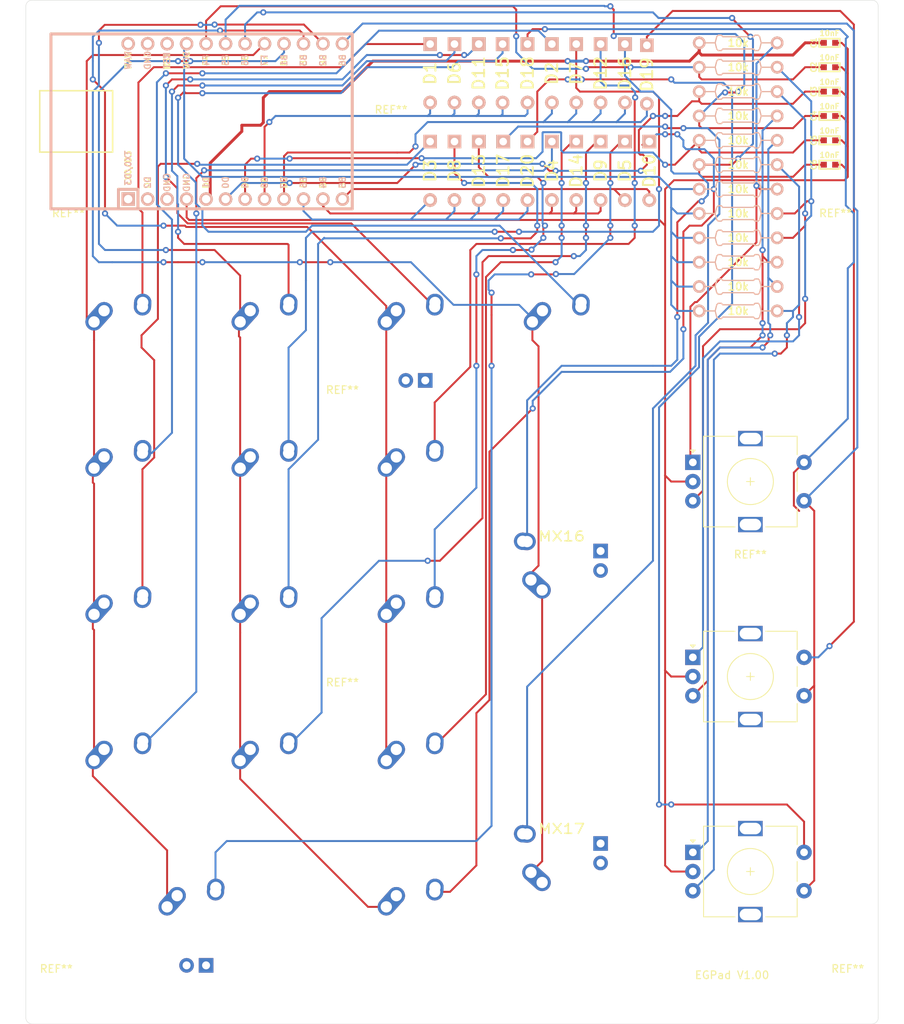
<source format=kicad_pcb>
(kicad_pcb (version 20171130) (host pcbnew "(5.1.9)-1")
  (layers (0 F.Cu signal) (31 B.Cu signal) (34 B.Paste user) (35 F.Paste user) (36 B.SilkS user) (37 F.SilkS user) (38 B.Mask user) (39 F.Mask user) (44 Edge.Cuts user))
  (net 0 "")
  (net 1 "Net-(D1-Pad2)")
  (net 2 ROW1)
  (net 3 "Net-(D2-Pad2)")
  (net 4 ROW2)
  (net 5 "Net-(D3-Pad2)")
  (net 6 ROW3)
  (net 7 "Net-(D6-Pad2)")
  (net 8 "Net-(D7-Pad2)")
  (net 9 "Net-(D11-Pad2)")
  (net 10 "Net-(D12-Pad2)")
  (net 11 "Net-(D13-Pad2)")
  (net 12 "Net-(D15-Pad2)")
  (net 13 "Net-(D17-Pad2)")
  (net 14 COL1)
  (net 15 A1)
  (net 16 GND)
  (net 17 B1)
  (net 18 A2)
  (net 19 B2)
  (net 20 A3)
  (net 21 B3)
  (net 22 "Net-(D4-Pad2)")
  (net 23 ROW4)
  (net 24 "Net-(D5-Pad2)")
  (net 25 ROW5)
  (net 26 "Net-(D8-Pad2)")
  (net 27 "Net-(D9-Pad2)")
  (net 28 "Net-(D10-Pad2)")
  (net 29 "Net-(D14-Pad2)")
  (net 30 "Net-(D16-Pad2)")
  (net 31 "Net-(D18-Pad2)")
  (net 32 "Net-(D19-Pad2)")
  (net 33 "Net-(D20-Pad2)")
  (net 34 COL2)
  (net 35 COL3)
  (net 36 COL4)
  (net 37 "Net-(R1-Pad2)")
  (net 38 "Net-(R2-Pad2)")
  (net 39 "Net-(R3-Pad2)")
  (net 40 "Net-(R10-Pad2)")
  (net 41 "Net-(R11-Pad2)")
  (net 42 "Net-(R12-Pad2)")
  (net 43 VCC)
  (net 44 COL5)
  (net 45 "Net-(U1-Pad24)")
  (net 46 "Net-(U1-Pad23)")
  (net 47 "Net-(U1-Pad22)")
  (net 48 "Net-(U1-Pad3)")
  (net 49 "Net-(U1-Pad2)")
  (net 50 "Net-(U1-Pad1)")
  (module "Keebio Footprints:ArduinoProMicro-Mini-USB" (layer F.Cu) (at 117.00361 45.160202)
    (fp_text reference U1 hide)
    (fp_text value ProMicro hide)
    (fp_text user ST (at -8.91 -7.54 90) (layer B.SilkS) (effects (font (size 0.8 0.8)) (justify mirror)))
    (fp_text user TX0/D3 (at -13.97 6.071872 90) (layer F.SilkS) (effects (font (size 0.8 0.8))))
    (fp_text user TX0/D3 (at -13.97 6.071872 90) (layer B.SilkS) (effects (font (size 0.8 0.8)) (justify mirror)))
    (fp_text user D2 (at -11.43 7.961 90) (layer F.SilkS) (effects (font (size 0.8 0.8))))
    (fp_text user D0 (at -1.27 7.961 90) (layer F.SilkS) (effects (font (size 0.8 0.8))))
    (fp_text user D1 (at -3.81 7.961 90) (layer F.SilkS) (effects (font (size 0.8 0.8))))
    (fp_text user GND (at -6.35 7.961 90) (layer F.SilkS) (effects (font (size 0.8 0.8))))
    (fp_text user GND (at -8.89 7.961 90) (layer F.SilkS) (effects (font (size 0.8 0.8))))
    (fp_text user D4 (at 1.27 7.961 90) (layer F.SilkS) (effects (font (size 0.8 0.8))))
    (fp_text user C6 (at 3.81 7.961 90) (layer F.SilkS) (effects (font (size 0.8 0.8))))
    (fp_text user D7 (at 6.35 7.961 90) (layer F.SilkS) (effects (font (size 0.8 0.8))))
    (fp_text user E6 (at 8.89 7.961 90) (layer F.SilkS) (effects (font (size 0.8 0.8))))
    (fp_text user B4 (at 11.43 7.961 90) (layer F.SilkS) (effects (font (size 0.8 0.8))))
    (fp_text user B5 (at 13.97 7.961 90) (layer F.SilkS) (effects (font (size 0.8 0.8))))
    (fp_text user B6 (at 13.97 -7.961 90) (layer F.SilkS) (effects (font (size 0.8 0.8))))
    (fp_text user B2 (at 11.43 -7.961 90) (layer B.SilkS) (effects (font (size 0.8 0.8)) (justify mirror)))
    (fp_text user B3 (at 8.89 -7.961 90) (layer F.SilkS) (effects (font (size 0.8 0.8))))
    (fp_text user B1 (at 6.35 -7.961 90) (layer F.SilkS) (effects (font (size 0.8 0.8))))
    (fp_text user F7 (at 3.81 -7.961 90) (layer B.SilkS) (effects (font (size 0.8 0.8)) (justify mirror)))
    (fp_text user F6 (at 1.27 -7.961 90) (layer B.SilkS) (effects (font (size 0.8 0.8)) (justify mirror)))
    (fp_text user F5 (at -1.27 -7.961 90) (layer B.SilkS) (effects (font (size 0.8 0.8)) (justify mirror)))
    (fp_text user F4 (at -3.81 -7.961 90) (layer F.SilkS) (effects (font (size 0.8 0.8))))
    (fp_text user VCC (at -6.35 -7.961 90) (layer F.SilkS) (effects (font (size 0.8 0.8))))
    (fp_text user ST (at -8.92 -8.23312 90) (layer F.SilkS) (effects (font (size 0.8 0.8))))
    (fp_text user GND (at -11.43 -7.961 90) (layer F.SilkS) (effects (font (size 0.8 0.8))))
    (fp_text user RAW (at -13.97 -7.961 90) (layer F.SilkS) (effects (font (size 0.8 0.8))))
    (fp_text user RAW (at -13.97 -7.961 90) (layer B.SilkS) (effects (font (size 0.8 0.8)) (justify mirror)))
    (fp_text user GND (at -11.43 -7.961 90) (layer B.SilkS) (effects (font (size 0.8 0.8)) (justify mirror)))
    (fp_text user VCC (at -6.35 -7.961 90) (layer B.SilkS) (effects (font (size 0.8 0.8)) (justify mirror)))
    (fp_text user F4 (at -3.81 -7.961 90) (layer B.SilkS) (effects (font (size 0.8 0.8)) (justify mirror)))
    (fp_text user F5 (at -1.27 -7.961 90) (layer F.SilkS) (effects (font (size 0.8 0.8))))
    (fp_text user F6 (at 1.27 -7.961 90) (layer F.SilkS) (effects (font (size 0.8 0.8))))
    (fp_text user F7 (at 3.81 -7.961 90) (layer F.SilkS) (effects (font (size 0.8 0.8))))
    (fp_text user B1 (at 6.35 -7.961 90) (layer B.SilkS) (effects (font (size 0.8 0.8)) (justify mirror)))
    (fp_text user B3 (at 8.89 -7.961 90) (layer B.SilkS) (effects (font (size 0.8 0.8)) (justify mirror)))
    (fp_text user B2 (at 11.43 -7.961 90) (layer F.SilkS) (effects (font (size 0.8 0.8))))
    (fp_text user B6 (at 13.97 -7.961 90) (layer B.SilkS) (effects (font (size 0.8 0.8)) (justify mirror)))
    (fp_text user B5 (at 13.97 7.961 90) (layer B.SilkS) (effects (font (size 0.8 0.8)) (justify mirror)))
    (fp_text user B4 (at 11.43 7.961 90) (layer B.SilkS) (effects (font (size 0.8 0.8)) (justify mirror)))
    (fp_text user E6 (at 8.89 7.961 90) (layer B.SilkS) (effects (font (size 0.8 0.8)) (justify mirror)))
    (fp_text user D7 (at 6.35 7.961 90) (layer B.SilkS) (effects (font (size 0.8 0.8)) (justify mirror)))
    (fp_text user C6 (at 3.81 7.961 90) (layer B.SilkS) (effects (font (size 0.8 0.8)) (justify mirror)))
    (fp_text user D4 (at 1.27 7.961 90) (layer B.SilkS) (effects (font (size 0.8 0.8)) (justify mirror)))
    (fp_text user GND (at -8.89 7.961 90) (layer B.SilkS) (effects (font (size 0.8 0.8)) (justify mirror)))
    (fp_text user GND (at -6.35 7.961 90) (layer B.SilkS) (effects (font (size 0.8 0.8)) (justify mirror)))
    (fp_text user D1 (at -3.81 7.961 90) (layer B.SilkS) (effects (font (size 0.8 0.8)) (justify mirror)))
    (fp_text user D0 (at -1.27 7.961 90) (layer B.SilkS) (effects (font (size 0.8 0.8)) (justify mirror)))
    (fp_text user D2 (at -11.43 7.961 90) (layer B.SilkS) (effects (font (size 0.8 0.8)) (justify mirror)))
    (pad 24 thru_hole circle (at -13.97 -10.12) (size 1.7526 1.7526) (drill 1.0922) (layers *.Cu *.SilkS *.Mask) (net 45 "Net-(U1-Pad24)"))
    (pad 12 thru_hole circle (at 13.97 10.12) (size 1.7526 1.7526) (drill 1.0922) (layers *.Cu *.SilkS *.Mask) (net 25 ROW5))
    (pad 23 thru_hole circle (at -11.43 -10.12) (size 1.7526 1.7526) (drill 1.0922) (layers *.Cu *.SilkS *.Mask) (net 46 "Net-(U1-Pad23)"))
    (pad 22 thru_hole circle (at -8.89 -10.12) (size 1.7526 1.7526) (drill 1.0922) (layers *.Cu *.SilkS *.Mask) (net 47 "Net-(U1-Pad22)"))
    (pad 21 thru_hole circle (at -6.35 -10.12) (size 1.7526 1.7526) (drill 1.0922) (layers *.Cu *.SilkS *.Mask) (net 43 VCC))
    (pad 20 thru_hole circle (at -3.81 -10.12) (size 1.7526 1.7526) (drill 1.0922) (layers *.Cu *.SilkS *.Mask) (net 17 B1))
    (pad 19 thru_hole circle (at -1.27 -10.12) (size 1.7526 1.7526) (drill 1.0922) (layers *.Cu *.SilkS *.Mask) (net 19 B2))
    (pad 18 thru_hole circle (at 1.27 -10.12) (size 1.7526 1.7526) (drill 1.0922) (layers *.Cu *.SilkS *.Mask) (net 21 B3))
    (pad 17 thru_hole circle (at 3.81 -10.12) (size 1.7526 1.7526) (drill 1.0922) (layers *.Cu *.SilkS *.Mask) (net 14 COL1))
    (pad 16 thru_hole circle (at 6.35 -10.12) (size 1.7526 1.7526) (drill 1.0922) (layers *.Cu *.SilkS *.Mask) (net 34 COL2))
    (pad 15 thru_hole circle (at 8.89 -10.12) (size 1.7526 1.7526) (drill 1.0922) (layers *.Cu *.SilkS *.Mask) (net 35 COL3))
    (pad 14 thru_hole circle (at 11.43 -10.12) (size 1.7526 1.7526) (drill 1.0922) (layers *.Cu *.SilkS *.Mask) (net 36 COL4))
    (pad 13 thru_hole circle (at 13.97 -10.12) (size 1.7526 1.7526) (drill 1.0922) (layers *.Cu *.SilkS *.Mask) (net 44 COL5))
    (pad 11 thru_hole circle (at 11.43 10.12) (size 1.7526 1.7526) (drill 1.0922) (layers *.Cu *.SilkS *.Mask) (net 23 ROW4))
    (pad 10 thru_hole circle (at 8.89 10.12) (size 1.7526 1.7526) (drill 1.0922) (layers *.Cu *.SilkS *.Mask) (net 6 ROW3))
    (pad 9 thru_hole circle (at 6.35 10.12) (size 1.7526 1.7526) (drill 1.0922) (layers *.Cu *.SilkS *.Mask) (net 4 ROW2))
    (pad 8 thru_hole circle (at 3.81 10.12) (size 1.7526 1.7526) (drill 1.0922) (layers *.Cu *.SilkS *.Mask) (net 2 ROW1))
    (pad 7 thru_hole circle (at 1.27 10.12) (size 1.7526 1.7526) (drill 1.0922) (layers *.Cu *.SilkS *.Mask) (net 20 A3))
    (pad 6 thru_hole circle (at -1.27 10.12) (size 1.7526 1.7526) (drill 1.0922) (layers *.Cu *.SilkS *.Mask) (net 18 A2))
    (pad 5 thru_hole circle (at -3.81 10.12) (size 1.7526 1.7526) (drill 1.0922) (layers *.Cu *.SilkS *.Mask) (net 15 A1))
    (pad 4 thru_hole circle (at -6.35 10.12) (size 1.7526 1.7526) (drill 1.0922) (layers *.Cu *.SilkS *.Mask) (net 16 GND))
    (pad 3 thru_hole circle (at -8.89 10.12) (size 1.7526 1.7526) (drill 1.0922) (layers *.Cu *.SilkS *.Mask) (net 48 "Net-(U1-Pad3)"))
    (pad 2 thru_hole circle (at -11.43 10.12) (size 1.7526 1.7526) (drill 1.0922) (layers *.Cu *.SilkS *.Mask) (net 49 "Net-(U1-Pad2)"))
    (pad 1 thru_hole rect (at -13.97 10.12) (size 1.7526 1.7526) (drill 1.0922) (layers *.Cu *.SilkS *.Mask) (net 50 "Net-(U1-Pad1)"))
  )
  (module "MX Alps Hybrid Footprints:MX-1U" (layer F.Cu) (at 140.49375 73.81875)
    (fp_text reference MX11)
    (fp_text value MX-NoLED)
    (pad "" np_thru_hole circle (at 5.08 0 48.0996) (size 1.75 1.75) (drill 1.75) (layers *.Cu *.Mask))
    (pad "" np_thru_hole circle (at -5.08 0 48.0996) (size 1.75 1.75) (drill 1.75) (layers *.Cu *.Mask))
    (pad 4 thru_hole rect (at 1.27 5.08) (size 1.905 1.905) (drill 1.04) (layers *.Cu B.Mask))
    (pad 3 thru_hole circle (at -1.27 5.08) (size 1.905 1.905) (drill 1.04) (layers *.Cu B.Mask))
    (pad 1 thru_hole circle (at -2.5 -4) (size 2.25 2.25) (drill 1.47) (layers *.Cu B.Mask) (net 35 COL3))
    (pad "" np_thru_hole circle (at 0 0) (size 3.9878 3.9878) (drill 3.9878) (layers *.Cu *.Mask))
    (pad 1 thru_hole oval (at -3.81 -2.54 48.0996) (size 4.211556 2.25) (drill 1.47 (offset 0.980778 0)) (layers *.Cu B.Mask) (net 35 COL3))
    (pad 2 thru_hole circle (at 2.54 -5.08) (size 2.25 2.25) (drill 1.47) (layers *.Cu B.Mask) (net 9 "Net-(D11-Pad2)"))
    (pad 2 thru_hole oval (at 2.5 -4.5 86.0548) (size 2.831378 2.25) (drill 1.47 (offset 0.290689 0)) (layers *.Cu B.Mask) (net 9 "Net-(D11-Pad2)"))
  )
  (module MountingHole:MountingHole_2mm (layer F.Cu) (at 137.31875 46.83125)
    (fp_text reference REF** (at 0 -3.2) (layer F.SilkS))
    (fp_text value MountingHole_2mm)
    (pad "" np_thru_hole circle (at 0 0) (size 2 2) (drill 2) (layers *.Cu *.Mask))
  )
  (module MountingHole:MountingHole_2mm (layer F.Cu) (at 184.15 104.775)
    (fp_text reference REF** (at 0 -3.2) (layer F.SilkS))
    (fp_text value MountingHole_2mm)
    (pad "" np_thru_hole circle (at 0 0) (size 2 2) (drill 2) (layers *.Cu *.Mask))
  )
  (module MountingHole:MountingHole_2mm (layer F.Cu) (at 130.96875 121.44375)
    (fp_text reference REF** (at 0 -3.2) (layer F.SilkS))
    (fp_text value MountingHole_2mm)
    (pad "" np_thru_hole circle (at 0 0) (size 2 2) (drill 2) (layers *.Cu *.Mask))
  )
  (module MountingHole:MountingHole_2mm (layer F.Cu) (at 130.96875 83.34375)
    (fp_text reference REF** (at 0 -3.2) (layer F.SilkS))
    (fp_text value MountingHole_2mm)
    (pad "" np_thru_hole circle (at 0 0) (size 2 2) (drill 2) (layers *.Cu *.Mask))
  )
  (module MountingHole:MountingHole_2mm (layer F.Cu) (at 93.6625 158.75)
    (fp_text reference REF** (at 0 -3.2) (layer F.SilkS))
    (fp_text value MountingHole_2mm)
    (pad "" np_thru_hole circle (at 0 0) (size 2 2) (drill 2) (layers *.Cu *.Mask))
  )
  (module MountingHole:MountingHole_2mm (layer F.Cu) (at 196.85 158.75)
    (fp_text reference REF** (at 0 -3.2) (layer F.SilkS))
    (fp_text value MountingHole_2mm)
    (pad "" np_thru_hole circle (at 0 0) (size 2 2) (drill 2) (layers *.Cu *.Mask))
  )
  (module MountingHole:MountingHole_2mm (layer F.Cu) (at 195.2625 60.325)
    (fp_text reference REF** (at 0 -3.2) (layer F.SilkS))
    (fp_text value MountingHole_2mm)
    (pad "" np_thru_hole circle (at 0 0) (size 2 2) (drill 2) (layers *.Cu *.Mask))
  )
  (module MountingHole:MountingHole_2mm (layer F.Cu) (at 95.25 60.325)
    (fp_text reference REF** (at 0 -3.2) (layer F.SilkS))
    (fp_text value MountingHole_2mm)
    (pad "" np_thru_hole circle (at 0 0) (size 2 2) (drill 2) (layers *.Cu *.Mask))
  )
  (module "MX Alps Hybrid Footprints:MX-2U" (layer F.Cu) (at 111.91875 150.01875)
    (fp_text reference MX5)
    (fp_text value MX-NoLED)
    (pad "" np_thru_hole circle (at 11.938 8.255) (size 3.9878 3.9878) (drill 3.9878) (layers *.Cu *.Mask))
    (pad "" np_thru_hole circle (at -11.938 8.255) (size 3.9878 3.9878) (drill 3.9878) (layers *.Cu *.Mask))
    (pad "" np_thru_hole circle (at 11.938 -6.985) (size 3.048 3.048) (drill 3.048) (layers *.Cu *.Mask))
    (pad "" np_thru_hole circle (at -11.938 -6.985) (size 3.048 3.048) (drill 3.048) (layers *.Cu *.Mask))
    (pad "" np_thru_hole circle (at 5.08 0 48.0996) (size 1.75 1.75) (drill 1.75) (layers *.Cu *.Mask))
    (pad "" np_thru_hole circle (at -5.08 0 48.0996) (size 1.75 1.75) (drill 1.75) (layers *.Cu *.Mask))
    (pad 4 thru_hole rect (at 1.27 5.08) (size 1.905 1.905) (drill 1.04) (layers *.Cu B.Mask))
    (pad 3 thru_hole circle (at -1.27 5.08) (size 1.905 1.905) (drill 1.04) (layers *.Cu B.Mask))
    (pad 1 thru_hole circle (at -2.5 -4) (size 2.25 2.25) (drill 1.47) (layers *.Cu B.Mask) (net 14 COL1))
    (pad "" np_thru_hole circle (at 0 0) (size 3.9878 3.9878) (drill 3.9878) (layers *.Cu *.Mask))
    (pad 1 thru_hole oval (at -3.81 -2.54 48.0996) (size 4.211556 2.25) (drill 1.47 (offset 0.980778 0)) (layers *.Cu B.Mask) (net 14 COL1))
    (pad 2 thru_hole circle (at 2.54 -5.08) (size 2.25 2.25) (drill 1.47) (layers *.Cu B.Mask) (net 24 "Net-(D5-Pad2)"))
    (pad 2 thru_hole oval (at 2.5 -4.5 86.0548) (size 2.831378 2.25) (drill 1.47 (offset 0.290689 0)) (layers *.Cu B.Mask) (net 24 "Net-(D5-Pad2)"))
  )
  (module "MX Alps Hybrid Footprints:MX-2U" (layer F.Cu) (at 159.54375 140.49375 90)
    (fp_text reference MX17 (at 3.175 0) (layer F.SilkS) (effects (font (size 1.27 1.524) (thickness 0.2032))))
    (fp_text value MX-NoLED hide)
    (pad "" np_thru_hole circle (at 11.938 8.255 90) (size 3.9878 3.9878) (drill 3.9878) (layers *.Cu *.Mask))
    (pad "" np_thru_hole circle (at -11.938 8.255 90) (size 3.9878 3.9878) (drill 3.9878) (layers *.Cu *.Mask))
    (pad "" np_thru_hole circle (at 11.938 -6.985 90) (size 3.048 3.048) (drill 3.048) (layers *.Cu *.Mask))
    (pad "" np_thru_hole circle (at -11.938 -6.985 90) (size 3.048 3.048) (drill 3.048) (layers *.Cu *.Mask))
    (pad "" np_thru_hole circle (at 5.08 0 138.0996) (size 1.75 1.75) (drill 1.75) (layers *.Cu *.Mask))
    (pad "" np_thru_hole circle (at -5.08 0 138.0996) (size 1.75 1.75) (drill 1.75) (layers *.Cu *.Mask))
    (pad 4 thru_hole rect (at 1.27 5.08 90) (size 1.905 1.905) (drill 1.04) (layers *.Cu B.Mask))
    (pad 3 thru_hole circle (at -1.27 5.08 90) (size 1.905 1.905) (drill 1.04) (layers *.Cu B.Mask))
    (pad 1 thru_hole circle (at -2.5 -4 90) (size 2.25 2.25) (drill 1.47) (layers *.Cu B.Mask) (net 36 COL4))
    (pad "" np_thru_hole circle (at 0 0 90) (size 3.9878 3.9878) (drill 3.9878) (layers *.Cu *.Mask))
    (pad 1 thru_hole oval (at -3.81 -2.54 138.0996) (size 4.211556 2.25) (drill 1.47 (offset 0.980778 0)) (layers *.Cu B.Mask) (net 36 COL4))
    (pad 2 thru_hole circle (at 2.54 -5.08 90) (size 2.25 2.25) (drill 1.47) (layers *.Cu B.Mask) (net 13 "Net-(D17-Pad2)"))
    (pad 2 thru_hole oval (at 2.5 -4.5 176.0548) (size 2.831378 2.25) (drill 1.47 (offset 0.290689 0)) (layers *.Cu B.Mask) (net 13 "Net-(D17-Pad2)"))
  )
  (module "MX Alps Hybrid Footprints:MX-2U" (layer F.Cu) (at 159.54375 102.39375 90)
    (fp_text reference MX16 (at 3.175 0) (layer F.SilkS) (effects (font (size 1.27 1.524) (thickness 0.2032))))
    (fp_text value MX-NoLED hide)
    (pad "" np_thru_hole circle (at 11.938 8.255 90) (size 3.9878 3.9878) (drill 3.9878) (layers *.Cu *.Mask))
    (pad "" np_thru_hole circle (at -11.938 8.255 90) (size 3.9878 3.9878) (drill 3.9878) (layers *.Cu *.Mask))
    (pad "" np_thru_hole circle (at 11.938 -6.985 90) (size 3.048 3.048) (drill 3.048) (layers *.Cu *.Mask))
    (pad "" np_thru_hole circle (at -11.938 -6.985 90) (size 3.048 3.048) (drill 3.048) (layers *.Cu *.Mask))
    (pad "" np_thru_hole circle (at 5.08 0 138.0996) (size 1.75 1.75) (drill 1.75) (layers *.Cu *.Mask))
    (pad "" np_thru_hole circle (at -5.08 0 138.0996) (size 1.75 1.75) (drill 1.75) (layers *.Cu *.Mask))
    (pad 4 thru_hole rect (at 1.27 5.08 90) (size 1.905 1.905) (drill 1.04) (layers *.Cu B.Mask))
    (pad 3 thru_hole circle (at -1.27 5.08 90) (size 1.905 1.905) (drill 1.04) (layers *.Cu B.Mask))
    (pad 1 thru_hole circle (at -2.5 -4 90) (size 2.25 2.25) (drill 1.47) (layers *.Cu B.Mask) (net 36 COL4))
    (pad "" np_thru_hole circle (at 0 0 90) (size 3.9878 3.9878) (drill 3.9878) (layers *.Cu *.Mask))
    (pad 1 thru_hole oval (at -3.81 -2.54 138.0996) (size 4.211556 2.25) (drill 1.47 (offset 0.980778 0)) (layers *.Cu B.Mask) (net 36 COL4))
    (pad 2 thru_hole circle (at 2.54 -5.08 90) (size 2.25 2.25) (drill 1.47) (layers *.Cu B.Mask) (net 30 "Net-(D16-Pad2)"))
    (pad 2 thru_hole oval (at 2.5 -4.5 176.0548) (size 2.831378 2.25) (drill 1.47 (offset 0.290689 0)) (layers *.Cu B.Mask) (net 30 "Net-(D16-Pad2)"))
  )
  (module "MX Alps Hybrid Footprints:MX-1U-NoLED" (layer F.Cu) (at 102.39375 130.96875)
    (fp_text reference MX4)
    (fp_text value MX-NoLED)
    (pad 2 thru_hole oval (at 2.5 -4.5 86.0548) (size 2.831378 2.25) (drill 1.47 (offset 0.290689 0)) (layers *.Cu B.Mask) (net 22 "Net-(D4-Pad2)"))
    (pad 2 thru_hole circle (at 2.54 -5.08) (size 2.25 2.25) (drill 1.47) (layers *.Cu B.Mask) (net 22 "Net-(D4-Pad2)"))
    (pad 1 thru_hole oval (at -3.81 -2.54 48.0996) (size 4.211556 2.25) (drill 1.47 (offset 0.980778 0)) (layers *.Cu B.Mask) (net 14 COL1))
    (pad "" np_thru_hole circle (at 0 0) (size 3.9878 3.9878) (drill 3.9878) (layers *.Cu *.Mask))
    (pad 1 thru_hole circle (at -2.5 -4) (size 2.25 2.25) (drill 1.47) (layers *.Cu B.Mask) (net 14 COL1))
    (pad "" np_thru_hole circle (at -5.08 0 48.0996) (size 1.75 1.75) (drill 1.75) (layers *.Cu *.Mask))
    (pad "" np_thru_hole circle (at 5.08 0 48.0996) (size 1.75 1.75) (drill 1.75) (layers *.Cu *.Mask))
  )
  (module "Keebio Footprints:RotaryEncoder_EC11" (layer F.Cu) (at 184.15 142.875)
    (fp_text reference SW3)
    (fp_text value Rotary_Encoder_Switch)
    (pad S1 thru_hole circle (at 7 2.5) (size 2 2) (drill 1) (layers *.Cu *.Mask) (net 44 COL5))
    (pad S2 thru_hole circle (at 7 -2.5) (size 2 2) (drill 1) (layers *.Cu *.Mask) (net 33 "Net-(D20-Pad2)"))
    (pad "" np_thru_hole rect (at 0 5.6) (size 3.2 2) (drill oval 2.8 1.5) (layers *.Cu *.Mask))
    (pad "" np_thru_hole rect (at 0 -5.6) (size 3.2 2) (drill oval 2.8 1.5) (layers *.Cu *.Mask))
    (pad B thru_hole circle (at -7.5 2.5) (size 2 2) (drill 1) (layers *.Cu *.Mask) (net 42 "Net-(R12-Pad2)"))
    (pad C thru_hole circle (at -7.5 0) (size 2 2) (drill 1) (layers *.Cu *.Mask) (net 16 GND))
    (pad A thru_hole rect (at -7.5 -2.5) (size 2 2) (drill 1) (layers *.Cu *.Mask) (net 41 "Net-(R11-Pad2)"))
  )
  (module "Keebio Footprints:RotaryEncoder_EC11" (layer F.Cu) (at 184.15 117.475)
    (fp_text reference SW2)
    (fp_text value Rotary_Encoder_Switch)
    (pad S1 thru_hole circle (at 7 2.5) (size 2 2) (drill 1) (layers *.Cu *.Mask) (net 44 COL5))
    (pad S2 thru_hole circle (at 7 -2.5) (size 2 2) (drill 1) (layers *.Cu *.Mask) (net 32 "Net-(D19-Pad2)"))
    (pad "" np_thru_hole rect (at 0 5.6) (size 3.2 2) (drill oval 2.8 1.5) (layers *.Cu *.Mask))
    (pad "" np_thru_hole rect (at 0 -5.6) (size 3.2 2) (drill oval 2.8 1.5) (layers *.Cu *.Mask))
    (pad B thru_hole circle (at -7.5 2.5) (size 2 2) (drill 1) (layers *.Cu *.Mask) (net 40 "Net-(R10-Pad2)"))
    (pad C thru_hole circle (at -7.5 0) (size 2 2) (drill 1) (layers *.Cu *.Mask) (net 16 GND))
    (pad A thru_hole rect (at -7.5 -2.5) (size 2 2) (drill 1) (layers *.Cu *.Mask) (net 39 "Net-(R3-Pad2)"))
  )
  (module "Keebio Footprints:RotaryEncoder_EC11" (layer F.Cu) (at 184.15 92.075)
    (fp_text reference SW1)
    (fp_text value Rotary_Encoder_Switch)
    (pad S1 thru_hole circle (at 7 2.5) (size 2 2) (drill 1) (layers *.Cu *.Mask) (net 44 COL5))
    (pad S2 thru_hole circle (at 7 -2.5) (size 2 2) (drill 1) (layers *.Cu *.Mask) (net 31 "Net-(D18-Pad2)"))
    (pad "" np_thru_hole rect (at 0 5.6) (size 3.2 2) (drill oval 2.8 1.5) (layers *.Cu *.Mask))
    (pad "" np_thru_hole rect (at 0 -5.6) (size 3.2 2) (drill oval 2.8 1.5) (layers *.Cu *.Mask))
    (pad B thru_hole circle (at -7.5 2.5) (size 2 2) (drill 1) (layers *.Cu *.Mask) (net 38 "Net-(R2-Pad2)"))
    (pad C thru_hole circle (at -7.5 0) (size 2 2) (drill 1) (layers *.Cu *.Mask) (net 16 GND))
    (pad A thru_hole rect (at -7.5 -2.5) (size 2 2) (drill 1) (layers *.Cu *.Mask) (net 37 "Net-(R1-Pad2)"))
  )
  (module "Keebio Footprints:Resistor" (layer F.Cu) (at 182.5625 69.85)
    (fp_text reference R12 hide)
    (fp_text value 10k (at 0 0) (layer F.SilkS) (effects (font (thickness 0.2))))
    (pad 1 thru_hole circle (at -5.08 0) (size 1.651 1.651) (drill 0.9906) (layers *.Cu *.SilkS *.Mask) (net 43 VCC))
    (pad 2 thru_hole circle (at 5.08 0) (size 1.651 1.651) (drill 0.9906) (layers *.Cu *.SilkS *.Mask) (net 42 "Net-(R12-Pad2)"))
  )
  (module "Keebio Footprints:Resistor" (layer F.Cu) (at 182.5625 66.675)
    (fp_text reference R11 hide)
    (fp_text value 10k (at 0 0) (layer F.SilkS) (effects (font (thickness 0.2))))
    (pad 1 thru_hole circle (at -5.08 0) (size 1.651 1.651) (drill 0.9906) (layers *.Cu *.SilkS *.Mask) (net 43 VCC))
    (pad 2 thru_hole circle (at 5.08 0) (size 1.651 1.651) (drill 0.9906) (layers *.Cu *.SilkS *.Mask) (net 41 "Net-(R11-Pad2)"))
  )
  (module "Keebio Footprints:Resistor" (layer F.Cu) (at 182.5625 63.5)
    (fp_text reference R10 hide)
    (fp_text value 10k (at 0 0) (layer F.SilkS) (effects (font (thickness 0.2))))
    (pad 1 thru_hole circle (at -5.08 0) (size 1.651 1.651) (drill 0.9906) (layers *.Cu *.SilkS *.Mask) (net 43 VCC))
    (pad 2 thru_hole circle (at 5.08 0) (size 1.651 1.651) (drill 0.9906) (layers *.Cu *.SilkS *.Mask) (net 40 "Net-(R10-Pad2)"))
  )
  (module "Keebio Footprints:Resistor" (layer F.Cu) (at 182.5625 60.325)
    (fp_text reference R9 hide)
    (fp_text value 10k (at 0 0) (layer F.SilkS) (effects (font (thickness 0.2))))
    (pad 1 thru_hole circle (at -5.08 0) (size 1.651 1.651) (drill 0.9906) (layers *.Cu *.SilkS *.Mask) (net 43 VCC))
    (pad 2 thru_hole circle (at 5.08 0) (size 1.651 1.651) (drill 0.9906) (layers *.Cu *.SilkS *.Mask) (net 39 "Net-(R3-Pad2)"))
  )
  (module "Keebio Footprints:Resistor" (layer F.Cu) (at 182.5625 57.15)
    (fp_text reference R8 hide)
    (fp_text value 10k (at 0 0) (layer F.SilkS) (effects (font (thickness 0.2))))
    (pad 1 thru_hole circle (at -5.08 0) (size 1.651 1.651) (drill 0.9906) (layers *.Cu *.SilkS *.Mask) (net 43 VCC))
    (pad 2 thru_hole circle (at 5.08 0) (size 1.651 1.651) (drill 0.9906) (layers *.Cu *.SilkS *.Mask) (net 38 "Net-(R2-Pad2)"))
  )
  (module "Keebio Footprints:Resistor" (layer F.Cu) (at 182.5625 53.975)
    (fp_text reference R7 hide)
    (fp_text value 10k (at 0 0) (layer F.SilkS) (effects (font (thickness 0.2))))
    (pad 1 thru_hole circle (at -5.08 0) (size 1.651 1.651) (drill 0.9906) (layers *.Cu *.SilkS *.Mask) (net 43 VCC))
    (pad 2 thru_hole circle (at 5.08 0) (size 1.651 1.651) (drill 0.9906) (layers *.Cu *.SilkS *.Mask) (net 37 "Net-(R1-Pad2)"))
  )
  (module "Keebio Footprints:Resistor" (layer F.Cu) (at 182.5625 50.8)
    (fp_text reference R6 hide)
    (fp_text value 10k (at 0 0) (layer F.SilkS) (effects (font (thickness 0.2))))
    (pad 1 thru_hole circle (at -5.08 0) (size 1.651 1.651) (drill 0.9906) (layers *.Cu *.SilkS *.Mask) (net 21 B3))
    (pad 2 thru_hole circle (at 5.08 0) (size 1.651 1.651) (drill 0.9906) (layers *.Cu *.SilkS *.Mask) (net 42 "Net-(R12-Pad2)"))
  )
  (module "Keebio Footprints:Resistor" (layer F.Cu) (at 182.5625 47.625)
    (fp_text reference R5 hide)
    (fp_text value 10k (at 0 0) (layer F.SilkS) (effects (font (thickness 0.2))))
    (pad 1 thru_hole circle (at -5.08 0) (size 1.651 1.651) (drill 0.9906) (layers *.Cu *.SilkS *.Mask) (net 20 A3))
    (pad 2 thru_hole circle (at 5.08 0) (size 1.651 1.651) (drill 0.9906) (layers *.Cu *.SilkS *.Mask) (net 41 "Net-(R11-Pad2)"))
  )
  (module "Keebio Footprints:Resistor" (layer F.Cu) (at 182.5625 44.45)
    (fp_text reference R4 hide)
    (fp_text value 10k (at 0 0) (layer F.SilkS) (effects (font (thickness 0.2))))
    (pad 1 thru_hole circle (at -5.08 0) (size 1.651 1.651) (drill 0.9906) (layers *.Cu *.SilkS *.Mask) (net 19 B2))
    (pad 2 thru_hole circle (at 5.08 0) (size 1.651 1.651) (drill 0.9906) (layers *.Cu *.SilkS *.Mask) (net 40 "Net-(R10-Pad2)"))
  )
  (module "Keebio Footprints:Resistor" (layer F.Cu) (at 182.5625 41.275)
    (fp_text reference R3 hide)
    (fp_text value 10k (at 0 0) (layer F.SilkS) (effects (font (thickness 0.2))))
    (pad 1 thru_hole circle (at -5.08 0) (size 1.651 1.651) (drill 0.9906) (layers *.Cu *.SilkS *.Mask) (net 18 A2))
    (pad 2 thru_hole circle (at 5.08 0) (size 1.651 1.651) (drill 0.9906) (layers *.Cu *.SilkS *.Mask) (net 39 "Net-(R3-Pad2)"))
  )
  (module "Keebio Footprints:Resistor" (layer F.Cu) (at 182.5625 38.1)
    (fp_text reference R2 hide)
    (fp_text value 10k (at 0 0) (layer F.SilkS) (effects (font (thickness 0.2))))
    (pad 1 thru_hole circle (at -5.08 0) (size 1.651 1.651) (drill 0.9906) (layers *.Cu *.SilkS *.Mask) (net 17 B1))
    (pad 2 thru_hole circle (at 5.08 0) (size 1.651 1.651) (drill 0.9906) (layers *.Cu *.SilkS *.Mask) (net 38 "Net-(R2-Pad2)"))
  )
  (module "Keebio Footprints:Resistor" (layer F.Cu) (at 182.5625 34.925)
    (fp_text reference R1 hide)
    (fp_text value 10k (at 0 0) (layer F.SilkS) (effects (font (thickness 0.2))))
    (pad 1 thru_hole circle (at -5.08 0) (size 1.651 1.651) (drill 0.9906) (layers *.Cu *.SilkS *.Mask) (net 15 A1))
    (pad 2 thru_hole circle (at 5.08 0) (size 1.651 1.651) (drill 0.9906) (layers *.Cu *.SilkS *.Mask) (net 37 "Net-(R1-Pad2)"))
  )
  (module "MX Alps Hybrid Footprints:MX-1U-NoLED" (layer F.Cu) (at 159.54375 73.81875)
    (fp_text reference MX15)
    (fp_text value MX-NoLED)
    (pad 2 thru_hole oval (at 2.5 -4.5 86.0548) (size 2.831378 2.25) (drill 1.47 (offset 0.290689 0)) (layers *.Cu B.Mask) (net 12 "Net-(D15-Pad2)"))
    (pad 2 thru_hole circle (at 2.54 -5.08) (size 2.25 2.25) (drill 1.47) (layers *.Cu B.Mask) (net 12 "Net-(D15-Pad2)"))
    (pad 1 thru_hole oval (at -3.81 -2.54 48.0996) (size 4.211556 2.25) (drill 1.47 (offset 0.980778 0)) (layers *.Cu B.Mask) (net 36 COL4))
    (pad "" np_thru_hole circle (at 0 0) (size 3.9878 3.9878) (drill 3.9878) (layers *.Cu *.Mask))
    (pad 1 thru_hole circle (at -2.5 -4) (size 2.25 2.25) (drill 1.47) (layers *.Cu B.Mask) (net 36 COL4))
    (pad "" np_thru_hole circle (at -5.08 0 48.0996) (size 1.75 1.75) (drill 1.75) (layers *.Cu *.Mask))
    (pad "" np_thru_hole circle (at 5.08 0 48.0996) (size 1.75 1.75) (drill 1.75) (layers *.Cu *.Mask))
  )
  (module "MX Alps Hybrid Footprints:MX-1U-NoLED" (layer F.Cu) (at 140.49375 130.96875)
    (fp_text reference MX14)
    (fp_text value MX-NoLED)
    (pad 2 thru_hole oval (at 2.5 -4.5 86.0548) (size 2.831378 2.25) (drill 1.47 (offset 0.290689 0)) (layers *.Cu B.Mask) (net 29 "Net-(D14-Pad2)"))
    (pad 2 thru_hole circle (at 2.54 -5.08) (size 2.25 2.25) (drill 1.47) (layers *.Cu B.Mask) (net 29 "Net-(D14-Pad2)"))
    (pad 1 thru_hole oval (at -3.81 -2.54 48.0996) (size 4.211556 2.25) (drill 1.47 (offset 0.980778 0)) (layers *.Cu B.Mask) (net 35 COL3))
    (pad "" np_thru_hole circle (at 0 0) (size 3.9878 3.9878) (drill 3.9878) (layers *.Cu *.Mask))
    (pad 1 thru_hole circle (at -2.5 -4) (size 2.25 2.25) (drill 1.47) (layers *.Cu B.Mask) (net 35 COL3))
    (pad "" np_thru_hole circle (at -5.08 0 48.0996) (size 1.75 1.75) (drill 1.75) (layers *.Cu *.Mask))
    (pad "" np_thru_hole circle (at 5.08 0 48.0996) (size 1.75 1.75) (drill 1.75) (layers *.Cu *.Mask))
  )
  (module "MX Alps Hybrid Footprints:MX-1U-NoLED" (layer F.Cu) (at 140.49375 111.91875)
    (fp_text reference MX13)
    (fp_text value MX-NoLED)
    (pad 2 thru_hole oval (at 2.5 -4.5 86.0548) (size 2.831378 2.25) (drill 1.47 (offset 0.290689 0)) (layers *.Cu B.Mask) (net 11 "Net-(D13-Pad2)"))
    (pad 2 thru_hole circle (at 2.54 -5.08) (size 2.25 2.25) (drill 1.47) (layers *.Cu B.Mask) (net 11 "Net-(D13-Pad2)"))
    (pad 1 thru_hole oval (at -3.81 -2.54 48.0996) (size 4.211556 2.25) (drill 1.47 (offset 0.980778 0)) (layers *.Cu B.Mask) (net 35 COL3))
    (pad "" np_thru_hole circle (at 0 0) (size 3.9878 3.9878) (drill 3.9878) (layers *.Cu *.Mask))
    (pad 1 thru_hole circle (at -2.5 -4) (size 2.25 2.25) (drill 1.47) (layers *.Cu B.Mask) (net 35 COL3))
    (pad "" np_thru_hole circle (at -5.08 0 48.0996) (size 1.75 1.75) (drill 1.75) (layers *.Cu *.Mask))
    (pad "" np_thru_hole circle (at 5.08 0 48.0996) (size 1.75 1.75) (drill 1.75) (layers *.Cu *.Mask))
  )
  (module "MX Alps Hybrid Footprints:MX-1U-NoLED" (layer F.Cu) (at 140.49375 92.86875)
    (fp_text reference MX12)
    (fp_text value MX-NoLED)
    (pad 2 thru_hole oval (at 2.5 -4.5 86.0548) (size 2.831378 2.25) (drill 1.47 (offset 0.290689 0)) (layers *.Cu B.Mask) (net 10 "Net-(D12-Pad2)"))
    (pad 2 thru_hole circle (at 2.54 -5.08) (size 2.25 2.25) (drill 1.47) (layers *.Cu B.Mask) (net 10 "Net-(D12-Pad2)"))
    (pad 1 thru_hole oval (at -3.81 -2.54 48.0996) (size 4.211556 2.25) (drill 1.47 (offset 0.980778 0)) (layers *.Cu B.Mask) (net 35 COL3))
    (pad "" np_thru_hole circle (at 0 0) (size 3.9878 3.9878) (drill 3.9878) (layers *.Cu *.Mask))
    (pad 1 thru_hole circle (at -2.5 -4) (size 2.25 2.25) (drill 1.47) (layers *.Cu B.Mask) (net 35 COL3))
    (pad "" np_thru_hole circle (at -5.08 0 48.0996) (size 1.75 1.75) (drill 1.75) (layers *.Cu *.Mask))
    (pad "" np_thru_hole circle (at 5.08 0 48.0996) (size 1.75 1.75) (drill 1.75) (layers *.Cu *.Mask))
  )
  (module "MX Alps Hybrid Footprints:MX-1U-NoLED" (layer F.Cu) (at 140.49375 150.01875)
    (fp_text reference MX10)
    (fp_text value MX-NoLED)
    (pad 2 thru_hole oval (at 2.5 -4.5 86.0548) (size 2.831378 2.25) (drill 1.47 (offset 0.290689 0)) (layers *.Cu B.Mask) (net 28 "Net-(D10-Pad2)"))
    (pad 2 thru_hole circle (at 2.54 -5.08) (size 2.25 2.25) (drill 1.47) (layers *.Cu B.Mask) (net 28 "Net-(D10-Pad2)"))
    (pad 1 thru_hole oval (at -3.81 -2.54 48.0996) (size 4.211556 2.25) (drill 1.47 (offset 0.980778 0)) (layers *.Cu B.Mask) (net 34 COL2))
    (pad "" np_thru_hole circle (at 0 0) (size 3.9878 3.9878) (drill 3.9878) (layers *.Cu *.Mask))
    (pad 1 thru_hole circle (at -2.5 -4) (size 2.25 2.25) (drill 1.47) (layers *.Cu B.Mask) (net 34 COL2))
    (pad "" np_thru_hole circle (at -5.08 0 48.0996) (size 1.75 1.75) (drill 1.75) (layers *.Cu *.Mask))
    (pad "" np_thru_hole circle (at 5.08 0 48.0996) (size 1.75 1.75) (drill 1.75) (layers *.Cu *.Mask))
  )
  (module "MX Alps Hybrid Footprints:MX-1U-NoLED" (layer F.Cu) (at 121.44375 130.96875)
    (fp_text reference MX9)
    (fp_text value MX-NoLED)
    (pad 2 thru_hole oval (at 2.5 -4.5 86.0548) (size 2.831378 2.25) (drill 1.47 (offset 0.290689 0)) (layers *.Cu B.Mask) (net 27 "Net-(D9-Pad2)"))
    (pad 2 thru_hole circle (at 2.54 -5.08) (size 2.25 2.25) (drill 1.47) (layers *.Cu B.Mask) (net 27 "Net-(D9-Pad2)"))
    (pad 1 thru_hole oval (at -3.81 -2.54 48.0996) (size 4.211556 2.25) (drill 1.47 (offset 0.980778 0)) (layers *.Cu B.Mask) (net 34 COL2))
    (pad "" np_thru_hole circle (at 0 0) (size 3.9878 3.9878) (drill 3.9878) (layers *.Cu *.Mask))
    (pad 1 thru_hole circle (at -2.5 -4) (size 2.25 2.25) (drill 1.47) (layers *.Cu B.Mask) (net 34 COL2))
    (pad "" np_thru_hole circle (at -5.08 0 48.0996) (size 1.75 1.75) (drill 1.75) (layers *.Cu *.Mask))
    (pad "" np_thru_hole circle (at 5.08 0 48.0996) (size 1.75 1.75) (drill 1.75) (layers *.Cu *.Mask))
  )
  (module "MX Alps Hybrid Footprints:MX-1U-NoLED" (layer F.Cu) (at 121.44375 111.91875)
    (fp_text reference MX8)
    (fp_text value MX-NoLED)
    (pad 2 thru_hole oval (at 2.5 -4.5 86.0548) (size 2.831378 2.25) (drill 1.47 (offset 0.290689 0)) (layers *.Cu B.Mask) (net 26 "Net-(D8-Pad2)"))
    (pad 2 thru_hole circle (at 2.54 -5.08) (size 2.25 2.25) (drill 1.47) (layers *.Cu B.Mask) (net 26 "Net-(D8-Pad2)"))
    (pad 1 thru_hole oval (at -3.81 -2.54 48.0996) (size 4.211556 2.25) (drill 1.47 (offset 0.980778 0)) (layers *.Cu B.Mask) (net 34 COL2))
    (pad "" np_thru_hole circle (at 0 0) (size 3.9878 3.9878) (drill 3.9878) (layers *.Cu *.Mask))
    (pad 1 thru_hole circle (at -2.5 -4) (size 2.25 2.25) (drill 1.47) (layers *.Cu B.Mask) (net 34 COL2))
    (pad "" np_thru_hole circle (at -5.08 0 48.0996) (size 1.75 1.75) (drill 1.75) (layers *.Cu *.Mask))
    (pad "" np_thru_hole circle (at 5.08 0 48.0996) (size 1.75 1.75) (drill 1.75) (layers *.Cu *.Mask))
  )
  (module "MX Alps Hybrid Footprints:MX-1U-NoLED" (layer F.Cu) (at 121.44375 92.86875)
    (fp_text reference MX7)
    (fp_text value MX-NoLED)
    (pad 2 thru_hole oval (at 2.5 -4.5 86.0548) (size 2.831378 2.25) (drill 1.47 (offset 0.290689 0)) (layers *.Cu B.Mask) (net 8 "Net-(D7-Pad2)"))
    (pad 2 thru_hole circle (at 2.54 -5.08) (size 2.25 2.25) (drill 1.47) (layers *.Cu B.Mask) (net 8 "Net-(D7-Pad2)"))
    (pad 1 thru_hole oval (at -3.81 -2.54 48.0996) (size 4.211556 2.25) (drill 1.47 (offset 0.980778 0)) (layers *.Cu B.Mask) (net 34 COL2))
    (pad "" np_thru_hole circle (at 0 0) (size 3.9878 3.9878) (drill 3.9878) (layers *.Cu *.Mask))
    (pad 1 thru_hole circle (at -2.5 -4) (size 2.25 2.25) (drill 1.47) (layers *.Cu B.Mask) (net 34 COL2))
    (pad "" np_thru_hole circle (at -5.08 0 48.0996) (size 1.75 1.75) (drill 1.75) (layers *.Cu *.Mask))
    (pad "" np_thru_hole circle (at 5.08 0 48.0996) (size 1.75 1.75) (drill 1.75) (layers *.Cu *.Mask))
  )
  (module "MX Alps Hybrid Footprints:MX-1U-NoLED" (layer F.Cu) (at 121.44375 73.81875)
    (fp_text reference MX6)
    (fp_text value MX-NoLED)
    (pad 2 thru_hole oval (at 2.5 -4.5 86.0548) (size 2.831378 2.25) (drill 1.47 (offset 0.290689 0)) (layers *.Cu B.Mask) (net 7 "Net-(D6-Pad2)"))
    (pad 2 thru_hole circle (at 2.54 -5.08) (size 2.25 2.25) (drill 1.47) (layers *.Cu B.Mask) (net 7 "Net-(D6-Pad2)"))
    (pad 1 thru_hole oval (at -3.81 -2.54 48.0996) (size 4.211556 2.25) (drill 1.47 (offset 0.980778 0)) (layers *.Cu B.Mask) (net 34 COL2))
    (pad "" np_thru_hole circle (at 0 0) (size 3.9878 3.9878) (drill 3.9878) (layers *.Cu *.Mask))
    (pad 1 thru_hole circle (at -2.5 -4) (size 2.25 2.25) (drill 1.47) (layers *.Cu B.Mask) (net 34 COL2))
    (pad "" np_thru_hole circle (at -5.08 0 48.0996) (size 1.75 1.75) (drill 1.75) (layers *.Cu *.Mask))
    (pad "" np_thru_hole circle (at 5.08 0 48.0996) (size 1.75 1.75) (drill 1.75) (layers *.Cu *.Mask))
  )
  (module "MX Alps Hybrid Footprints:MX-1U-NoLED" (layer F.Cu) (at 102.39375 111.91875)
    (fp_text reference MX3)
    (fp_text value MX-NoLED)
    (pad 2 thru_hole oval (at 2.5 -4.5 86.0548) (size 2.831378 2.25) (drill 1.47 (offset 0.290689 0)) (layers *.Cu B.Mask) (net 5 "Net-(D3-Pad2)"))
    (pad 2 thru_hole circle (at 2.54 -5.08) (size 2.25 2.25) (drill 1.47) (layers *.Cu B.Mask) (net 5 "Net-(D3-Pad2)"))
    (pad 1 thru_hole oval (at -3.81 -2.54 48.0996) (size 4.211556 2.25) (drill 1.47 (offset 0.980778 0)) (layers *.Cu B.Mask) (net 14 COL1))
    (pad "" np_thru_hole circle (at 0 0) (size 3.9878 3.9878) (drill 3.9878) (layers *.Cu *.Mask))
    (pad 1 thru_hole circle (at -2.5 -4) (size 2.25 2.25) (drill 1.47) (layers *.Cu B.Mask) (net 14 COL1))
    (pad "" np_thru_hole circle (at -5.08 0 48.0996) (size 1.75 1.75) (drill 1.75) (layers *.Cu *.Mask))
    (pad "" np_thru_hole circle (at 5.08 0 48.0996) (size 1.75 1.75) (drill 1.75) (layers *.Cu *.Mask))
  )
  (module "MX Alps Hybrid Footprints:MX-1U-NoLED" (layer F.Cu) (at 102.39375 92.86875)
    (fp_text reference MX2)
    (fp_text value MX-NoLED)
    (pad 2 thru_hole oval (at 2.5 -4.5 86.0548) (size 2.831378 2.25) (drill 1.47 (offset 0.290689 0)) (layers *.Cu B.Mask) (net 3 "Net-(D2-Pad2)"))
    (pad 2 thru_hole circle (at 2.54 -5.08) (size 2.25 2.25) (drill 1.47) (layers *.Cu B.Mask) (net 3 "Net-(D2-Pad2)"))
    (pad 1 thru_hole oval (at -3.81 -2.54 48.0996) (size 4.211556 2.25) (drill 1.47 (offset 0.980778 0)) (layers *.Cu B.Mask) (net 14 COL1))
    (pad "" np_thru_hole circle (at 0 0) (size 3.9878 3.9878) (drill 3.9878) (layers *.Cu *.Mask))
    (pad 1 thru_hole circle (at -2.5 -4) (size 2.25 2.25) (drill 1.47) (layers *.Cu B.Mask) (net 14 COL1))
    (pad "" np_thru_hole circle (at -5.08 0 48.0996) (size 1.75 1.75) (drill 1.75) (layers *.Cu *.Mask))
    (pad "" np_thru_hole circle (at 5.08 0 48.0996) (size 1.75 1.75) (drill 1.75) (layers *.Cu *.Mask))
  )
  (module "MX Alps Hybrid Footprints:MX-1U-NoLED" (layer F.Cu) (at 102.39375 73.81875)
    (fp_text reference MX1)
    (fp_text value MX-NoLED)
    (pad 2 thru_hole oval (at 2.5 -4.5 86.0548) (size 2.831378 2.25) (drill 1.47 (offset 0.290689 0)) (layers *.Cu B.Mask) (net 1 "Net-(D1-Pad2)"))
    (pad 2 thru_hole circle (at 2.54 -5.08) (size 2.25 2.25) (drill 1.47) (layers *.Cu B.Mask) (net 1 "Net-(D1-Pad2)"))
    (pad 1 thru_hole oval (at -3.81 -2.54 48.0996) (size 4.211556 2.25) (drill 1.47 (offset 0.980778 0)) (layers *.Cu B.Mask) (net 14 COL1))
    (pad "" np_thru_hole circle (at 0 0) (size 3.9878 3.9878) (drill 3.9878) (layers *.Cu *.Mask))
    (pad 1 thru_hole circle (at -2.5 -4) (size 2.25 2.25) (drill 1.47) (layers *.Cu B.Mask) (net 14 COL1))
    (pad "" np_thru_hole circle (at -5.08 0 48.0996) (size 1.75 1.75) (drill 1.75) (layers *.Cu *.Mask))
    (pad "" np_thru_hole circle (at 5.08 0 48.0996) (size 1.75 1.75) (drill 1.75) (layers *.Cu *.Mask))
  )
  (module "Keebio Footprints:MD_Diode" (layer F.Cu) (at 150.01875 51.59375 90)
    (fp_text reference D20 (at 0 5.08 90) (layer F.SilkS) (effects (font (size 1.524 1.524) (thickness 0.254))))
    (fp_text value D_Small hide)
    (pad 1 thru_hole circle (at -3.81 5.08 90) (size 1.778 1.778) (drill 0.9906) (layers *.Cu *.SilkS *.Mask) (net 6 ROW3))
    (pad 2 thru_hole rect (at 3.81 5.08 90) (size 1.778 1.778) (drill 0.9906) (layers *.Cu *.SilkS *.Mask) (net 33 "Net-(D20-Pad2)"))
  )
  (module "Keebio Footprints:MD_Diode" (layer F.Cu) (at 165.57625 39.0525 90)
    (fp_text reference D19 (at 0 5.08 90) (layer F.SilkS) (effects (font (size 1.524 1.524) (thickness 0.254))))
    (fp_text value D_Small hide)
    (pad 1 thru_hole circle (at -3.81 5.08 90) (size 1.778 1.778) (drill 0.9906) (layers *.Cu *.SilkS *.Mask) (net 4 ROW2))
    (pad 2 thru_hole rect (at 3.81 5.08 90) (size 1.778 1.778) (drill 0.9906) (layers *.Cu *.SilkS *.Mask) (net 32 "Net-(D19-Pad2)"))
  )
  (module "Keebio Footprints:MD_Diode" (layer F.Cu) (at 150.01875 38.89375 90)
    (fp_text reference D18 (at 0 5.08 90) (layer F.SilkS) (effects (font (size 1.524 1.524) (thickness 0.254))))
    (fp_text value D_Small hide)
    (pad 1 thru_hole circle (at -3.81 5.08 90) (size 1.778 1.778) (drill 0.9906) (layers *.Cu *.SilkS *.Mask) (net 2 ROW1))
    (pad 2 thru_hole rect (at 3.81 5.08 90) (size 1.778 1.778) (drill 0.9906) (layers *.Cu *.SilkS *.Mask) (net 31 "Net-(D18-Pad2)"))
  )
  (module "Keebio Footprints:MD_Diode" (layer F.Cu) (at 146.84375 51.59375 90)
    (fp_text reference D17 (at 0 5.08 90) (layer F.SilkS) (effects (font (size 1.524 1.524) (thickness 0.254))))
    (fp_text value D_Small hide)
    (pad 1 thru_hole circle (at -3.81 5.08 90) (size 1.778 1.778) (drill 0.9906) (layers *.Cu *.SilkS *.Mask) (net 6 ROW3))
    (pad 2 thru_hole rect (at 3.81 5.08 90) (size 1.778 1.778) (drill 0.9906) (layers *.Cu *.SilkS *.Mask) (net 13 "Net-(D17-Pad2)"))
  )
  (module "Keebio Footprints:MD_Diode" (layer F.Cu) (at 162.71875 38.89375 90)
    (fp_text reference D16 (at 0 5.08 90) (layer F.SilkS) (effects (font (size 1.524 1.524) (thickness 0.254))))
    (fp_text value D_Small hide)
    (pad 1 thru_hole circle (at -3.81 5.08 90) (size 1.778 1.778) (drill 0.9906) (layers *.Cu *.SilkS *.Mask) (net 4 ROW2))
    (pad 2 thru_hole rect (at 3.81 5.08 90) (size 1.778 1.778) (drill 0.9906) (layers *.Cu *.SilkS *.Mask) (net 30 "Net-(D16-Pad2)"))
  )
  (module "Keebio Footprints:MD_Diode" (layer F.Cu) (at 146.765854 38.898384 90)
    (fp_text reference D15 (at 0 5.08 90) (layer F.SilkS) (effects (font (size 1.524 1.524) (thickness 0.254))))
    (fp_text value D_Small hide)
    (pad 1 thru_hole circle (at -3.81 5.08 90) (size 1.778 1.778) (drill 0.9906) (layers *.Cu *.SilkS *.Mask) (net 2 ROW1))
    (pad 2 thru_hole rect (at 3.81 5.08 90) (size 1.778 1.778) (drill 0.9906) (layers *.Cu *.SilkS *.Mask) (net 12 "Net-(D15-Pad2)"))
  )
  (module "Keebio Footprints:MD_Diode" (layer F.Cu) (at 156.36875 51.59375 90)
    (fp_text reference D14 (at 0 5.08 90) (layer F.SilkS) (effects (font (size 1.524 1.524) (thickness 0.254))))
    (fp_text value D_Small hide)
    (pad 1 thru_hole circle (at -3.81 5.08 90) (size 1.778 1.778) (drill 0.9906) (layers *.Cu *.SilkS *.Mask) (net 23 ROW4))
    (pad 2 thru_hole rect (at 3.81 5.08 90) (size 1.778 1.778) (drill 0.9906) (layers *.Cu *.SilkS *.Mask) (net 29 "Net-(D14-Pad2)"))
  )
  (module "Keebio Footprints:MD_Diode" (layer F.Cu) (at 143.66875 51.59375 90)
    (fp_text reference D13 (at 0 5.08 90) (layer F.SilkS) (effects (font (size 1.524 1.524) (thickness 0.254))))
    (fp_text value D_Small hide)
    (pad 1 thru_hole circle (at -3.81 5.08 90) (size 1.778 1.778) (drill 0.9906) (layers *.Cu *.SilkS *.Mask) (net 6 ROW3))
    (pad 2 thru_hole rect (at 3.81 5.08 90) (size 1.778 1.778) (drill 0.9906) (layers *.Cu *.SilkS *.Mask) (net 11 "Net-(D13-Pad2)"))
  )
  (module "Keebio Footprints:MD_Diode" (layer F.Cu) (at 159.54375 38.89375 90)
    (fp_text reference D12 (at 0 5.08 90) (layer F.SilkS) (effects (font (size 1.524 1.524) (thickness 0.254))))
    (fp_text value D_Small hide)
    (pad 1 thru_hole circle (at -3.81 5.08 90) (size 1.778 1.778) (drill 0.9906) (layers *.Cu *.SilkS *.Mask) (net 4 ROW2))
    (pad 2 thru_hole rect (at 3.81 5.08 90) (size 1.778 1.778) (drill 0.9906) (layers *.Cu *.SilkS *.Mask) (net 10 "Net-(D12-Pad2)"))
  )
  (module "Keebio Footprints:MD_Diode" (layer F.Cu) (at 143.66875 38.89375 90)
    (fp_text reference D11 (at 0 5.08 90) (layer F.SilkS) (effects (font (size 1.524 1.524) (thickness 0.254))))
    (fp_text value D_Small hide)
    (pad 1 thru_hole circle (at -3.81 5.08 90) (size 1.778 1.778) (drill 0.9906) (layers *.Cu *.SilkS *.Mask) (net 2 ROW1))
    (pad 2 thru_hole rect (at 3.81 5.08 90) (size 1.778 1.778) (drill 0.9906) (layers *.Cu *.SilkS *.Mask) (net 9 "Net-(D11-Pad2)"))
  )
  (module "Keebio Footprints:MD_Diode" (layer F.Cu) (at 165.89375 51.59375 90)
    (fp_text reference D10 (at 0 5.08 90) (layer F.SilkS) (effects (font (size 1.524 1.524) (thickness 0.254))))
    (fp_text value D_Small hide)
    (pad 1 thru_hole circle (at -3.81 5.08 90) (size 1.778 1.778) (drill 0.9906) (layers *.Cu *.SilkS *.Mask) (net 25 ROW5))
    (pad 2 thru_hole rect (at 3.81 5.08 90) (size 1.778 1.778) (drill 0.9906) (layers *.Cu *.SilkS *.Mask) (net 28 "Net-(D10-Pad2)"))
  )
  (module "Keebio Footprints:MD_Diode" (layer F.Cu) (at 159.54375 51.59375 90)
    (fp_text reference D9 (at 0 5.08 90) (layer F.SilkS) (effects (font (size 1.524 1.524) (thickness 0.254))))
    (fp_text value D_Small hide)
    (pad 1 thru_hole circle (at -3.81 5.08 90) (size 1.778 1.778) (drill 0.9906) (layers *.Cu *.SilkS *.Mask) (net 23 ROW4))
    (pad 2 thru_hole rect (at 3.81 5.08 90) (size 1.778 1.778) (drill 0.9906) (layers *.Cu *.SilkS *.Mask) (net 27 "Net-(D9-Pad2)"))
  )
  (module "Keebio Footprints:MD_Diode" (layer F.Cu) (at 140.49375 51.59375 90)
    (fp_text reference D8 (at 0 5.08 90) (layer F.SilkS) (effects (font (size 1.524 1.524) (thickness 0.254))))
    (fp_text value D_Small hide)
    (pad 1 thru_hole circle (at -3.81 5.08 90) (size 1.778 1.778) (drill 0.9906) (layers *.Cu *.SilkS *.Mask) (net 6 ROW3))
    (pad 2 thru_hole rect (at 3.81 5.08 90) (size 1.778 1.778) (drill 0.9906) (layers *.Cu *.SilkS *.Mask) (net 26 "Net-(D8-Pad2)"))
  )
  (module "Keebio Footprints:MD_Diode" (layer F.Cu) (at 156.36875 38.89375 90)
    (fp_text reference D7 (at 0 5.08 90) (layer F.SilkS) (effects (font (size 1.524 1.524) (thickness 0.254))))
    (fp_text value D_Small hide)
    (pad 1 thru_hole circle (at -3.81 5.08 90) (size 1.778 1.778) (drill 0.9906) (layers *.Cu *.SilkS *.Mask) (net 4 ROW2))
    (pad 2 thru_hole rect (at 3.81 5.08 90) (size 1.778 1.778) (drill 0.9906) (layers *.Cu *.SilkS *.Mask) (net 8 "Net-(D7-Pad2)"))
  )
  (module "Keebio Footprints:MD_Diode" (layer F.Cu) (at 140.49375 38.89375 90)
    (fp_text reference D6 (at 0 5.08 90) (layer F.SilkS) (effects (font (size 1.524 1.524) (thickness 0.254))))
    (fp_text value D_Small hide)
    (pad 1 thru_hole circle (at -3.81 5.08 90) (size 1.778 1.778) (drill 0.9906) (layers *.Cu *.SilkS *.Mask) (net 2 ROW1))
    (pad 2 thru_hole rect (at 3.81 5.08 90) (size 1.778 1.778) (drill 0.9906) (layers *.Cu *.SilkS *.Mask) (net 7 "Net-(D6-Pad2)"))
  )
  (module "Keebio Footprints:MD_Diode" (layer F.Cu) (at 162.71875 51.59375 90)
    (fp_text reference D5 (at 0 5.08 90) (layer F.SilkS) (effects (font (size 1.524 1.524) (thickness 0.254))))
    (fp_text value D_Small hide)
    (pad 1 thru_hole circle (at -3.81 5.08 90) (size 1.778 1.778) (drill 0.9906) (layers *.Cu *.SilkS *.Mask) (net 25 ROW5))
    (pad 2 thru_hole rect (at 3.81 5.08 90) (size 1.778 1.778) (drill 0.9906) (layers *.Cu *.SilkS *.Mask) (net 24 "Net-(D5-Pad2)"))
  )
  (module "Keebio Footprints:MD_Diode" (layer F.Cu) (at 153.19375 51.59375 90)
    (fp_text reference D4 (at 0 5.08 90) (layer F.SilkS) (effects (font (size 1.524 1.524) (thickness 0.254))))
    (fp_text value D_Small hide)
    (pad 1 thru_hole circle (at -3.81 5.08 90) (size 1.778 1.778) (drill 0.9906) (layers *.Cu *.SilkS *.Mask) (net 23 ROW4))
    (pad 2 thru_hole rect (at 3.81 5.08 90) (size 1.778 1.778) (drill 0.9906) (layers *.Cu *.SilkS *.Mask) (net 22 "Net-(D4-Pad2)"))
  )
  (module "Keebio Footprints:MD_Diode" (layer F.Cu) (at 137.31875 51.59375 90)
    (fp_text reference D3 (at 0 5.08 90) (layer F.SilkS) (effects (font (size 1.524 1.524) (thickness 0.254))))
    (fp_text value D_Small hide)
    (pad 1 thru_hole circle (at -3.81 5.08 90) (size 1.778 1.778) (drill 0.9906) (layers *.Cu *.SilkS *.Mask) (net 6 ROW3))
    (pad 2 thru_hole rect (at 3.81 5.08 90) (size 1.778 1.778) (drill 0.9906) (layers *.Cu *.SilkS *.Mask) (net 5 "Net-(D3-Pad2)"))
  )
  (module "Keebio Footprints:MD_Diode" (layer F.Cu) (at 153.19375 38.89375 90)
    (fp_text reference D2 (at 0 5.08 90) (layer F.SilkS) (effects (font (size 1.524 1.524) (thickness 0.254))))
    (fp_text value D_Small hide)
    (pad 1 thru_hole circle (at -3.81 5.08 90) (size 1.778 1.778) (drill 0.9906) (layers *.Cu *.SilkS *.Mask) (net 4 ROW2))
    (pad 2 thru_hole rect (at 3.81 5.08 90) (size 1.778 1.778) (drill 0.9906) (layers *.Cu *.SilkS *.Mask) (net 3 "Net-(D2-Pad2)"))
  )
  (module "Keebio Footprints:MD_Diode" (layer F.Cu) (at 137.31875 38.89375 90)
    (fp_text reference D1 (at 0 5.08 90) (layer F.SilkS) (effects (font (size 1.524 1.524) (thickness 0.254))))
    (fp_text value D_Small hide)
    (pad 1 thru_hole circle (at -3.81 5.08 90) (size 1.778 1.778) (drill 0.9906) (layers *.Cu *.SilkS *.Mask) (net 2 ROW1))
    (pad 2 thru_hole rect (at 3.81 5.08 90) (size 1.778 1.778) (drill 0.9906) (layers *.Cu *.SilkS *.Mask) (net 1 "Net-(D1-Pad2)"))
  )
  (module "Keebio Footprints:C_0603" (layer F.Cu) (at 194.46875 50.8)
    (fp_text reference C6 (at -2.05 0 90) (layer F.SilkS) (effects (font (size 0.7 0.7))))
    (fp_text value 10nF (at 0 -1.25) (layer F.SilkS) (effects (font (size 0.7 0.7))))
    (pad 2 smd rect (at 0.75 0) (size 0.8 0.75) (layers F.Cu F.Paste F.Mask) (net 16 GND) (clearance 0.1))
    (pad 1 smd rect (at -0.75 0) (size 0.8 0.75) (layers F.Cu F.Paste F.Mask) (net 21 B3) (clearance 0.1))
  )
  (module "Keebio Footprints:C_0603" (layer F.Cu) (at 194.46875 47.625)
    (fp_text reference C5 (at -2.05 0 90) (layer F.SilkS) (effects (font (size 0.7 0.7))))
    (fp_text value 10nF (at 0 -1.25) (layer F.SilkS) (effects (font (size 0.7 0.7))))
    (pad 2 smd rect (at 0.75 0) (size 0.8 0.75) (layers F.Cu F.Paste F.Mask) (net 16 GND) (clearance 0.1))
    (pad 1 smd rect (at -0.75 0) (size 0.8 0.75) (layers F.Cu F.Paste F.Mask) (net 20 A3) (clearance 0.1))
  )
  (module "Keebio Footprints:C_0603" (layer F.Cu) (at 194.46875 44.45)
    (fp_text reference C4 (at -2.05 0 90) (layer F.SilkS) (effects (font (size 0.7 0.7))))
    (fp_text value 10nF (at 0 -1.25) (layer F.SilkS) (effects (font (size 0.7 0.7))))
    (pad 2 smd rect (at 0.75 0) (size 0.8 0.75) (layers F.Cu F.Paste F.Mask) (net 16 GND) (clearance 0.1))
    (pad 1 smd rect (at -0.75 0) (size 0.8 0.75) (layers F.Cu F.Paste F.Mask) (net 19 B2) (clearance 0.1))
  )
  (module "Keebio Footprints:C_0603" (layer F.Cu) (at 194.46875 41.275)
    (fp_text reference C3 (at -2.05 0 90) (layer F.SilkS) (effects (font (size 0.7 0.7))))
    (fp_text value 10nF (at 0 -1.25) (layer F.SilkS) (effects (font (size 0.7 0.7))))
    (pad 2 smd rect (at 0.75 0) (size 0.8 0.75) (layers F.Cu F.Paste F.Mask) (net 16 GND) (clearance 0.1))
    (pad 1 smd rect (at -0.75 0) (size 0.8 0.75) (layers F.Cu F.Paste F.Mask) (net 18 A2) (clearance 0.1))
  )
  (module "Keebio Footprints:C_0603" (layer F.Cu) (at 194.46875 38.1)
    (fp_text reference C2 (at -2.05 0 90) (layer F.SilkS) (effects (font (size 0.7 0.7))))
    (fp_text value 10nF (at 0 -1.25) (layer F.SilkS) (effects (font (size 0.7 0.7))))
    (pad 2 smd rect (at 0.75 0) (size 0.8 0.75) (layers F.Cu F.Paste F.Mask) (net 16 GND) (clearance 0.1))
    (pad 1 smd rect (at -0.75 0) (size 0.8 0.75) (layers F.Cu F.Paste F.Mask) (net 17 B1) (clearance 0.1))
  )
  (module "Keebio Footprints:C_0603" (layer F.Cu) (at 194.46875 34.925)
    (fp_text reference C1 (at -2.05 0 90) (layer F.SilkS) (effects (font (size 0.7 0.7))))
    (fp_text value 10nF (at 0 -1.25) (layer F.SilkS) (effects (font (size 0.7 0.7))))
    (pad 2 smd rect (at 0.75 0) (size 0.8 0.75) (layers F.Cu F.Paste F.Mask) (net 16 GND) (clearance 0.1))
    (pad 1 smd rect (at -0.75 0) (size 0.8 0.75) (layers F.Cu F.Paste F.Mask) (net 15 A1) (clearance 0.1))
  )
  (gr_text "EGPad V1.00" (at 181.76875 156.36875) (layer F.SilkS) (effects (font (size 1 1))))
  (gr_line (start 90.4875 29.36875) (end 200.025 29.36875) (layer Edge.Cuts) (width 0.05))
  (gr_arc (start 200.025 30.1625) (end 200.81875 30.1625) (angle -90) (layer Edge.Cuts) (width 0.05))
  (gr_line (start 89.69375 161.925) (end 89.69375 30.1625) (layer Edge.Cuts) (width 0.05))
  (gr_arc (start 90.4875 161.925) (end 89.69375 161.925) (angle -90) (layer Edge.Cuts) (width 0.05))
  (gr_arc (start 200.025 161.925) (end 200.025 162.71875) (angle -90) (layer Edge.Cuts) (width 0.05))
  (gr_arc (start 90.4875 30.1625) (end 90.4875 29.36875) (angle -90) (layer Edge.Cuts) (width 0.05))
  (gr_line (start 90.4875 162.71875) (end 200.025 162.71875) (layer Edge.Cuts) (width 0.05))
  (gr_line (start 200.81875 30.1625) (end 200.81875 161.925) (layer Edge.Cuts) (width 0.05))
  (segment (start 104.370309 56.507809) (end 104.370309 40.092191) (width 0.254) (layer F.Cu) (net 1))
  (segment (start 104.89375 57.03125) (end 104.370309 56.507809) (width 0.254) (layer F.Cu) (net 1))
  (segment (start 104.89375 69.31875) (end 104.89375 57.03125) (width 0.254) (layer F.Cu) (net 1))
  (segment (start 104.370309 40.092191) (end 106.3625 38.1) (width 0.254) (layer F.Cu) (net 1))
  (segment (start 106.3625 38.1) (end 130.96875 38.1) (width 0.254) (layer F.Cu) (net 1))
  (segment (start 133.985 35.08375) (end 142.39875 35.08375) (width 0.254) (layer F.Cu) (net 1))
  (segment (start 130.96875 38.1) (end 133.985 35.08375) (width 0.254) (layer F.Cu) (net 1))
  (segment (start 142.39875 42.70375) (end 142.24 42.70375) (width 0.254) (layer B.Cu) (net 2))
  (segment (start 155.09875 42.70375) (end 155.09875 44.1325) (width 0.254) (layer B.Cu) (net 2))
  (segment (start 155.09875 44.1325) (end 154.78125 44.45) (width 0.254) (layer B.Cu) (net 2))
  (segment (start 142.08125 44.45) (end 122.2375 44.45) (width 0.254) (layer B.Cu) (net 2))
  (via (at 121.44375 45.24375) (size 0.8) (drill 0.4) (layers F.Cu B.Cu) (net 2))
  (segment (start 122.2375 44.45) (end 121.44375 45.24375) (width 0.254) (layer B.Cu) (net 2))
  (segment (start 120.81361 45.87389) (end 120.81361 55.280202) (width 0.254) (layer F.Cu) (net 2))
  (segment (start 121.44375 45.24375) (end 120.81361 45.87389) (width 0.254) (layer F.Cu) (net 2))
  (segment (start 151.845854 44.210396) (end 151.60625 44.45) (width 0.254) (layer B.Cu) (net 2))
  (segment (start 151.845854 42.708384) (end 151.845854 44.210396) (width 0.254) (layer B.Cu) (net 2))
  (segment (start 154.78125 44.45) (end 151.60625 44.45) (width 0.254) (layer B.Cu) (net 2))
  (segment (start 148.74875 44.1325) (end 148.43125 44.45) (width 0.254) (layer B.Cu) (net 2))
  (segment (start 148.74875 42.70375) (end 148.74875 44.1325) (width 0.254) (layer B.Cu) (net 2))
  (segment (start 151.60625 44.45) (end 148.43125 44.45) (width 0.254) (layer B.Cu) (net 2))
  (segment (start 145.57375 44.1325) (end 145.25625 44.45) (width 0.254) (layer B.Cu) (net 2))
  (segment (start 145.57375 42.70375) (end 145.57375 44.1325) (width 0.254) (layer B.Cu) (net 2))
  (segment (start 145.25625 44.45) (end 142.08125 44.45) (width 0.254) (layer B.Cu) (net 2))
  (segment (start 148.43125 44.45) (end 145.25625 44.45) (width 0.254) (layer B.Cu) (net 2))
  (segment (start 142.39875 44.1325) (end 142.08125 44.45) (width 0.254) (layer B.Cu) (net 2))
  (segment (start 142.39875 42.70375) (end 142.39875 44.1325) (width 0.254) (layer B.Cu) (net 2))
  (segment (start 106.910309 39.933441) (end 107.95 38.89375) (width 0.254) (layer B.Cu) (net 3))
  (via (at 107.95 38.89375) (size 0.8) (drill 0.4) (layers F.Cu B.Cu) (net 3))
  (via (at 112.7125 38.89375) (size 0.8) (drill 0.4) (layers F.Cu B.Cu) (net 3))
  (segment (start 107.95 38.89375) (end 112.7125 38.89375) (width 0.254) (layer F.Cu) (net 3))
  (segment (start 112.7125 38.89375) (end 130.175 38.89375) (width 0.254) (layer B.Cu) (net 3))
  (segment (start 130.175 38.89375) (end 135.73125 33.3375) (width 0.254) (layer B.Cu) (net 3))
  (segment (start 156.5275 33.3375) (end 158.27375 35.08375) (width 0.254) (layer B.Cu) (net 3))
  (segment (start 135.73125 33.3375) (end 156.5275 33.3375) (width 0.254) (layer B.Cu) (net 3))
  (segment (start 104.89375 88.36875) (end 106.1 88.36875) (width 0.254) (layer B.Cu) (net 3))
  (segment (start 106.1 88.36875) (end 108.74375 85.725) (width 0.254) (layer B.Cu) (net 3))
  (segment (start 108.74375 85.725) (end 108.74375 57.94375) (width 0.254) (layer B.Cu) (net 3))
  (segment (start 106.776911 55.976911) (end 106.776911 40.066839) (width 0.254) (layer B.Cu) (net 3))
  (segment (start 106.776911 40.066839) (end 106.910309 39.933441) (width 0.254) (layer B.Cu) (net 3))
  (segment (start 108.74375 57.94375) (end 106.776911 55.976911) (width 0.254) (layer B.Cu) (net 3))
  (segment (start 161.44875 42.70375) (end 161.76625 42.70375) (width 0.254) (layer B.Cu) (net 4))
  (segment (start 170.65625 42.8625) (end 170.65625 44.45) (width 0.254) (layer B.Cu) (net 4))
  (segment (start 170.65625 44.45) (end 169.8625 45.24375) (width 0.254) (layer B.Cu) (net 4))
  (segment (start 123.35361 55.280202) (end 123.35361 49.68389) (width 0.254) (layer F.Cu) (net 4))
  (segment (start 123.35361 49.68389) (end 123.825 49.2125) (width 0.254) (layer F.Cu) (net 4))
  (segment (start 123.825 49.2125) (end 138.1125 49.2125) (width 0.254) (layer F.Cu) (net 4))
  (segment (start 138.1125 49.2125) (end 139.7 49.2125) (width 0.254) (layer F.Cu) (net 4))
  (via (at 140.49375 48.41875) (size 0.8) (drill 0.4) (layers F.Cu B.Cu) (net 4))
  (segment (start 139.7 49.2125) (end 140.49375 48.41875) (width 0.254) (layer F.Cu) (net 4))
  (segment (start 140.49375 48.41875) (end 140.49375 46.83125) (width 0.254) (layer B.Cu) (net 4))
  (segment (start 140.49375 46.83125) (end 142.08125 45.24375) (width 0.254) (layer B.Cu) (net 4))
  (segment (start 167.79875 42.70375) (end 167.79875 44.1325) (width 0.254) (layer B.Cu) (net 4))
  (segment (start 167.79875 44.1325) (end 166.6875 45.24375) (width 0.254) (layer B.Cu) (net 4))
  (segment (start 169.8625 45.24375) (end 166.6875 45.24375) (width 0.254) (layer B.Cu) (net 4))
  (segment (start 164.62375 44.1325) (end 163.5125 45.24375) (width 0.254) (layer B.Cu) (net 4))
  (segment (start 164.62375 42.70375) (end 164.62375 44.1325) (width 0.254) (layer B.Cu) (net 4))
  (segment (start 166.6875 45.24375) (end 163.5125 45.24375) (width 0.254) (layer B.Cu) (net 4))
  (segment (start 161.44875 44.1325) (end 160.3375 45.24375) (width 0.254) (layer B.Cu) (net 4))
  (segment (start 161.44875 42.70375) (end 161.44875 44.1325) (width 0.254) (layer B.Cu) (net 4))
  (segment (start 163.5125 45.24375) (end 160.3375 45.24375) (width 0.254) (layer B.Cu) (net 4))
  (segment (start 158.27375 44.1325) (end 157.1625 45.24375) (width 0.254) (layer B.Cu) (net 4))
  (segment (start 158.27375 42.70375) (end 158.27375 44.1325) (width 0.254) (layer B.Cu) (net 4))
  (segment (start 157.1625 45.24375) (end 142.08125 45.24375) (width 0.254) (layer B.Cu) (net 4))
  (segment (start 160.3375 45.24375) (end 157.1625 45.24375) (width 0.254) (layer B.Cu) (net 4))
  (segment (start 119.0625 50.8) (end 114.3 50.8) (width 0.254) (layer B.Cu) (net 5))
  (segment (start 139.3825 50.8) (end 119.0625 50.8) (width 0.254) (layer B.Cu) (net 5))
  (segment (start 142.39875 47.78375) (end 139.3825 50.8) (width 0.254) (layer B.Cu) (net 5))
  (via (at 112.035942 50.682808) (size 0.8) (drill 0.4) (layers F.Cu B.Cu) (net 5))
  (segment (start 112.153134 50.8) (end 112.035942 50.682808) (width 0.254) (layer B.Cu) (net 5))
  (segment (start 114.3 50.8) (end 112.153134 50.8) (width 0.254) (layer B.Cu) (net 5))
  (segment (start 104.89375 90.475856) (end 104.89375 107.41875) (width 0.254) (layer F.Cu) (net 5))
  (segment (start 106.423699 76.261199) (end 106.423699 88.945907) (width 0.254) (layer F.Cu) (net 5))
  (segment (start 104.775 73.025) (end 104.775 74.6125) (width 0.254) (layer F.Cu) (net 5))
  (segment (start 106.423699 88.945907) (end 104.89375 90.475856) (width 0.254) (layer F.Cu) (net 5))
  (segment (start 106.910309 70.889691) (end 104.775 73.025) (width 0.254) (layer F.Cu) (net 5))
  (segment (start 106.910309 51.045941) (end 106.910309 70.889691) (width 0.254) (layer F.Cu) (net 5))
  (segment (start 107.273442 50.682808) (end 106.910309 51.045941) (width 0.254) (layer F.Cu) (net 5))
  (segment (start 104.775 74.6125) (end 106.423699 76.261199) (width 0.254) (layer F.Cu) (net 5))
  (segment (start 112.035942 50.682808) (end 107.273442 50.682808) (width 0.254) (layer F.Cu) (net 5))
  (segment (start 145.57375 55.40375) (end 145.415 55.40375) (width 0.254) (layer B.Cu) (net 6))
  (segment (start 142.39875 55.40375) (end 139.85875 57.94375) (width 0.254) (layer B.Cu) (net 6))
  (segment (start 139.85875 57.94375) (end 127 57.94375) (width 0.254) (layer B.Cu) (net 6))
  (segment (start 125.89361 56.83736) (end 125.89361 55.280202) (width 0.254) (layer B.Cu) (net 6))
  (segment (start 127 57.94375) (end 125.89361 56.83736) (width 0.254) (layer B.Cu) (net 6))
  (segment (start 155.09875 55.40375) (end 155.09875 56.8325) (width 0.254) (layer B.Cu) (net 6))
  (segment (start 155.09875 56.8325) (end 153.9875 57.94375) (width 0.254) (layer B.Cu) (net 6))
  (segment (start 151.92375 56.8325) (end 150.8125 57.94375) (width 0.254) (layer B.Cu) (net 6))
  (segment (start 151.92375 55.40375) (end 151.92375 56.8325) (width 0.254) (layer B.Cu) (net 6))
  (segment (start 153.9875 57.94375) (end 150.8125 57.94375) (width 0.254) (layer B.Cu) (net 6))
  (segment (start 148.74875 55.40375) (end 148.74875 56.8325) (width 0.254) (layer B.Cu) (net 6))
  (segment (start 148.74875 56.8325) (end 147.6375 57.94375) (width 0.254) (layer B.Cu) (net 6))
  (segment (start 145.57375 56.8325) (end 144.4625 57.94375) (width 0.254) (layer B.Cu) (net 6))
  (segment (start 145.57375 55.40375) (end 145.57375 56.8325) (width 0.254) (layer B.Cu) (net 6))
  (segment (start 144.4625 57.94375) (end 139.85875 57.94375) (width 0.254) (layer B.Cu) (net 6))
  (segment (start 150.8125 57.94375) (end 144.4625 57.94375) (width 0.254) (layer B.Cu) (net 6))
  (via (at 109.5375 59.53125) (size 0.8) (drill 0.4) (layers F.Cu B.Cu) (net 7))
  (segment (start 123.825 61.11875) (end 110.33125 61.11875) (width 0.254) (layer F.Cu) (net 7))
  (segment (start 109.450309 55.857787) (end 109.450309 52.300309) (width 0.254) (layer B.Cu) (net 7))
  (segment (start 109.5375 55.944978) (end 109.450309 55.857787) (width 0.254) (layer B.Cu) (net 7))
  (segment (start 109.5375 59.53125) (end 109.5375 55.944978) (width 0.254) (layer B.Cu) (net 7))
  (via (at 108.74375 41.275) (size 0.8) (drill 0.4) (layers F.Cu B.Cu) (net 7))
  (segment (start 108.74375 51.59375) (end 108.74375 41.275) (width 0.254) (layer B.Cu) (net 7))
  (segment (start 109.450309 52.300309) (end 108.74375 51.59375) (width 0.254) (layer B.Cu) (net 7))
  (segment (start 108.74375 41.275) (end 109.5375 40.48125) (width 0.254) (layer F.Cu) (net 7))
  (via (at 112.7125 40.48125) (size 0.8) (drill 0.4) (layers F.Cu B.Cu) (net 7))
  (segment (start 109.5375 40.48125) (end 112.7125 40.48125) (width 0.254) (layer F.Cu) (net 7))
  (segment (start 144.4625 37.30625) (end 145.57375 36.195) (width 0.254) (layer B.Cu) (net 7))
  (segment (start 145.57375 36.195) (end 145.57375 35.08375) (width 0.254) (layer B.Cu) (net 7))
  (segment (start 134.14375 37.30625) (end 144.4625 37.30625) (width 0.254) (layer B.Cu) (net 7))
  (segment (start 130.96875 40.48125) (end 134.14375 37.30625) (width 0.254) (layer B.Cu) (net 7))
  (segment (start 112.7125 40.48125) (end 130.96875 40.48125) (width 0.254) (layer B.Cu) (net 7))
  (segment (start 123.94375 61.2375) (end 123.825 61.11875) (width 0.254) (layer F.Cu) (net 7))
  (segment (start 123.94375 69.31875) (end 123.94375 61.2375) (width 0.254) (layer F.Cu) (net 7))
  (segment (start 110.33125 61.11875) (end 109.5375 60.325) (width 0.254) (layer F.Cu) (net 7))
  (segment (start 109.5375 60.325) (end 109.5375 59.53125) (width 0.254) (layer F.Cu) (net 7))
  (segment (start 123.94375 74.619788) (end 126.20625 72.357288) (width 0.254) (layer B.Cu) (net 8))
  (segment (start 123.94375 88.36875) (end 123.94375 74.619788) (width 0.254) (layer B.Cu) (net 8))
  (segment (start 126.20625 72.357288) (end 126.20625 65.88125) (width 0.254) (layer B.Cu) (net 8))
  (segment (start 126.20625 65.88125) (end 126.20625 60.325) (width 0.254) (layer B.Cu) (net 8))
  (via (at 150.8125 59.53125) (size 0.8) (drill 0.4) (layers F.Cu B.Cu) (net 8))
  (segment (start 127 59.53125) (end 150.8125 59.53125) (width 0.254) (layer B.Cu) (net 8))
  (segment (start 126.20625 60.325) (end 127 59.53125) (width 0.254) (layer B.Cu) (net 8))
  (segment (start 150.8125 59.53125) (end 153.9875 59.53125) (width 0.254) (layer F.Cu) (net 8))
  (via (at 153.9875 59.53125) (size 0.8) (drill 0.4) (layers F.Cu B.Cu) (net 8))
  (segment (start 153.9875 59.53125) (end 171.45 59.53125) (width 0.254) (layer B.Cu) (net 8))
  (segment (start 171.45 59.53125) (end 172.24375 58.7375) (width 0.254) (layer B.Cu) (net 8))
  (via (at 172.24375 53.975) (size 0.8) (drill 0.4) (layers F.Cu B.Cu) (net 8))
  (segment (start 172.24375 58.7375) (end 172.24375 53.975) (width 0.254) (layer B.Cu) (net 8))
  (segment (start 161.44875 40.79875) (end 161.44875 35.08375) (width 0.254) (layer F.Cu) (net 8))
  (segment (start 161.925 41.275) (end 161.44875 40.79875) (width 0.254) (layer F.Cu) (net 8))
  (segment (start 171.45 41.275) (end 161.925 41.275) (width 0.254) (layer F.Cu) (net 8))
  (segment (start 172.24375 42.06875) (end 171.45 41.275) (width 0.254) (layer F.Cu) (net 8))
  (segment (start 172.24375 53.975) (end 172.24375 42.06875) (width 0.254) (layer F.Cu) (net 8))
  (segment (start 109.450309 53.887809) (end 107.95 52.3875) (width 0.254) (layer F.Cu) (net 9))
  (via (at 107.95 52.3875) (size 0.8) (drill 0.4) (layers F.Cu B.Cu) (net 9))
  (segment (start 110.786145 58.452406) (end 109.450309 57.11657) (width 0.254) (layer F.Cu) (net 9))
  (segment (start 109.450309 57.11657) (end 109.450309 53.887809) (width 0.254) (layer F.Cu) (net 9))
  (segment (start 132.127406 58.452406) (end 110.786145 58.452406) (width 0.254) (layer F.Cu) (net 9))
  (segment (start 142.99375 69.31875) (end 132.127406 58.452406) (width 0.254) (layer F.Cu) (net 9))
  (via (at 107.95 40.48125) (size 0.8) (drill 0.4) (layers F.Cu B.Cu) (net 9))
  (segment (start 107.95 52.3875) (end 107.95 40.48125) (width 0.254) (layer B.Cu) (net 9))
  (segment (start 148.74875 35.40125) (end 148.74875 35.08375) (width 0.254) (layer F.Cu) (net 9))
  (segment (start 107.95 40.48125) (end 108.74375 39.6875) (width 0.254) (layer F.Cu) (net 9))
  (via (at 111.125 39.6875) (size 0.8) (drill 0.4) (layers F.Cu B.Cu) (net 9))
  (segment (start 108.74375 39.6875) (end 111.125 39.6875) (width 0.254) (layer F.Cu) (net 9))
  (via (at 143.66875 36.5125) (size 0.8) (drill 0.4) (layers F.Cu B.Cu) (net 9))
  (via (at 146.84375 36.5125) (size 0.8) (drill 0.4) (layers F.Cu B.Cu) (net 9))
  (segment (start 143.66875 36.5125) (end 146.84375 36.5125) (width 0.254) (layer F.Cu) (net 9))
  (segment (start 147.32 36.5125) (end 148.74875 35.08375) (width 0.254) (layer B.Cu) (net 9))
  (segment (start 146.84375 36.5125) (end 147.32 36.5125) (width 0.254) (layer B.Cu) (net 9))
  (segment (start 134.14375 36.5125) (end 143.66875 36.5125) (width 0.254) (layer B.Cu) (net 9))
  (segment (start 130.96875 39.6875) (end 134.14375 36.5125) (width 0.254) (layer B.Cu) (net 9))
  (segment (start 111.125 39.6875) (end 130.96875 39.6875) (width 0.254) (layer B.Cu) (net 9))
  (segment (start 142.99375 81.772313) (end 147.6375 77.128563) (width 0.254) (layer F.Cu) (net 10))
  (segment (start 142.99375 88.36875) (end 142.99375 81.772313) (width 0.254) (layer F.Cu) (net 10))
  (segment (start 147.6375 77.128563) (end 147.6375 76.99375) (width 0.254) (layer F.Cu) (net 10))
  (segment (start 147.6375 76.99375) (end 147.6375 61.9125) (width 0.254) (layer F.Cu) (net 10))
  (segment (start 148.43125 61.11875) (end 168.275 61.11875) (width 0.254) (layer F.Cu) (net 10))
  (segment (start 147.6375 61.9125) (end 148.43125 61.11875) (width 0.254) (layer F.Cu) (net 10))
  (segment (start 168.275 61.11875) (end 169.06875 60.325) (width 0.254) (layer F.Cu) (net 10))
  (via (at 169.06875 58.7375) (size 0.8) (drill 0.4) (layers F.Cu B.Cu) (net 10))
  (segment (start 169.06875 60.325) (end 169.06875 58.7375) (width 0.254) (layer F.Cu) (net 10))
  (via (at 169.06875 53.18125) (size 0.8) (drill 0.4) (layers F.Cu B.Cu) (net 10))
  (segment (start 169.06875 58.7375) (end 169.06875 53.18125) (width 0.254) (layer B.Cu) (net 10))
  (via (at 169.130554 42.037848) (size 0.8) (drill 0.4) (layers F.Cu B.Cu) (net 10))
  (segment (start 169.06875 42.099652) (end 169.130554 42.037848) (width 0.254) (layer F.Cu) (net 10))
  (segment (start 169.06875 53.18125) (end 169.06875 42.099652) (width 0.254) (layer F.Cu) (net 10))
  (segment (start 164.62375 40.005) (end 164.62375 35.08375) (width 0.254) (layer B.Cu) (net 10))
  (segment (start 165.1 40.48125) (end 164.62375 40.005) (width 0.254) (layer B.Cu) (net 10))
  (segment (start 168.275 40.48125) (end 165.1 40.48125) (width 0.254) (layer B.Cu) (net 10))
  (segment (start 169.130554 41.336804) (end 168.275 40.48125) (width 0.254) (layer B.Cu) (net 10))
  (segment (start 169.130554 42.037848) (end 169.130554 41.336804) (width 0.254) (layer B.Cu) (net 10))
  (segment (start 142.99375 107.41875) (end 142.99375 98.30625) (width 0.254) (layer B.Cu) (net 11))
  (segment (start 142.99375 98.30625) (end 148.43125 92.86875) (width 0.254) (layer B.Cu) (net 11))
  (segment (start 149.225 61.9125) (end 153.19375 61.9125) (width 0.254) (layer B.Cu) (net 11))
  (via (at 153.19375 61.9125) (size 0.8) (drill 0.4) (layers F.Cu B.Cu) (net 11))
  (segment (start 148.43125 62.70625) (end 149.225 61.9125) (width 0.254) (layer B.Cu) (net 11))
  (via (at 155.620317 61.867183) (size 0.8) (drill 0.4) (layers F.Cu B.Cu) (net 11))
  (segment (start 155.575 61.9125) (end 155.620317 61.867183) (width 0.254) (layer F.Cu) (net 11))
  (segment (start 153.19375 61.9125) (end 155.575 61.9125) (width 0.254) (layer F.Cu) (net 11))
  (via (at 157.1625 60.325) (size 0.8) (drill 0.4) (layers F.Cu B.Cu) (net 11))
  (segment (start 155.620317 61.867183) (end 157.1625 60.325) (width 0.254) (layer B.Cu) (net 11))
  (via (at 157.368753 58.7375) (size 0.8) (drill 0.4) (layers F.Cu B.Cu) (net 11))
  (segment (start 157.1625 58.943753) (end 157.368753 58.7375) (width 0.254) (layer F.Cu) (net 11))
  (segment (start 157.1625 60.325) (end 157.1625 58.943753) (width 0.254) (layer F.Cu) (net 11))
  (via (at 157.1625 53.18125) (size 0.8) (drill 0.4) (layers F.Cu B.Cu) (net 11))
  (segment (start 157.057749 53.286001) (end 157.1625 53.18125) (width 0.254) (layer B.Cu) (net 11))
  (segment (start 157.057749 58.426496) (end 157.057749 53.286001) (width 0.254) (layer B.Cu) (net 11))
  (segment (start 157.368753 58.7375) (end 157.057749 58.426496) (width 0.254) (layer B.Cu) (net 11))
  (segment (start 157.1625 53.18125) (end 156.36875 52.3875) (width 0.254) (layer F.Cu) (net 11))
  (segment (start 156.36875 52.3875) (end 150.01875 52.3875) (width 0.254) (layer F.Cu) (net 11))
  (segment (start 148.74875 51.1175) (end 148.74875 47.78375) (width 0.254) (layer F.Cu) (net 11))
  (segment (start 150.01875 52.3875) (end 148.74875 51.1175) (width 0.254) (layer F.Cu) (net 11))
  (via (at 148.43125 65.0875) (size 0.8) (drill 0.4) (layers F.Cu B.Cu) (net 11))
  (segment (start 148.43125 62.70625) (end 148.43125 65.0875) (width 0.254) (layer B.Cu) (net 11))
  (segment (start 148.43125 65.0875) (end 148.43125 76.99375) (width 0.254) (layer F.Cu) (net 11))
  (via (at 148.43125 76.99375) (size 0.8) (drill 0.4) (layers F.Cu B.Cu) (net 11))
  (segment (start 148.43125 76.99375) (end 148.43125 92.86875) (width 0.254) (layer B.Cu) (net 11))
  (via (at 109.5375 42.06875) (size 0.8) (drill 0.4) (layers F.Cu B.Cu) (net 12))
  (segment (start 109.5375 42.06875) (end 110.33125 41.275) (width 0.254) (layer F.Cu) (net 12))
  (via (at 112.7125 41.481253) (size 0.8) (drill 0.4) (layers F.Cu B.Cu) (net 12))
  (segment (start 110.537503 41.481253) (end 112.7125 41.481253) (width 0.254) (layer F.Cu) (net 12))
  (segment (start 110.33125 41.275) (end 110.537503 41.481253) (width 0.254) (layer F.Cu) (net 12))
  (segment (start 150.8125 37.30625) (end 151.845854 36.272896) (width 0.254) (layer B.Cu) (net 12))
  (segment (start 146.05 37.30625) (end 150.8125 37.30625) (width 0.254) (layer B.Cu) (net 12))
  (segment (start 151.845854 36.272896) (end 151.845854 35.088384) (width 0.254) (layer B.Cu) (net 12))
  (segment (start 145.25625 38.1) (end 146.05 37.30625) (width 0.254) (layer B.Cu) (net 12))
  (segment (start 134.14375 38.1) (end 145.25625 38.1) (width 0.254) (layer B.Cu) (net 12))
  (segment (start 130.762497 41.481253) (end 134.14375 38.1) (width 0.254) (layer B.Cu) (net 12))
  (segment (start 112.7125 41.481253) (end 130.762497 41.481253) (width 0.254) (layer B.Cu) (net 12))
  (segment (start 127 58.7375) (end 151.4625 58.7375) (width 0.254) (layer B.Cu) (net 12))
  (segment (start 126.20625 59.53125) (end 127 58.7375) (width 0.254) (layer B.Cu) (net 12))
  (segment (start 113.50625 59.53125) (end 126.20625 59.53125) (width 0.254) (layer B.Cu) (net 12))
  (segment (start 112.7125 58.7375) (end 113.50625 59.53125) (width 0.254) (layer B.Cu) (net 12))
  (segment (start 112.7125 56.713376) (end 112.7125 58.7375) (width 0.254) (layer B.Cu) (net 12))
  (segment (start 151.4625 58.7375) (end 162.04375 69.31875) (width 0.254) (layer B.Cu) (net 12))
  (segment (start 111.856911 55.857787) (end 112.7125 56.713376) (width 0.254) (layer B.Cu) (net 12))
  (segment (start 111.856911 53.119411) (end 111.856911 55.857787) (width 0.254) (layer B.Cu) (net 12))
  (segment (start 109.5375 50.8) (end 111.856911 53.119411) (width 0.254) (layer B.Cu) (net 12))
  (segment (start 109.5375 42.06875) (end 109.5375 50.8) (width 0.254) (layer B.Cu) (net 12))
  (segment (start 155.04375 137.99375) (end 155.04375 118.8) (width 0.254) (layer B.Cu) (net 13))
  (segment (start 155.04375 118.8) (end 169.06875 104.775) (width 0.254) (layer B.Cu) (net 13))
  (segment (start 169.06875 104.775) (end 171.45 102.39375) (width 0.254) (layer B.Cu) (net 13))
  (segment (start 171.45 102.39375) (end 171.45 82.55) (width 0.254) (layer B.Cu) (net 13))
  (segment (start 171.45 82.55) (end 177.00625 76.99375) (width 0.254) (layer B.Cu) (net 13))
  (segment (start 177.00625 76.99375) (end 177.00625 73.025) (width 0.254) (layer B.Cu) (net 13))
  (segment (start 178.635001 71.396249) (end 178.635001 58.696249) (width 0.254) (layer B.Cu) (net 13))
  (segment (start 177.00625 73.025) (end 178.635001 71.396249) (width 0.254) (layer B.Cu) (net 13))
  (segment (start 180.114501 57.216749) (end 180.114501 47.558251) (width 0.254) (layer B.Cu) (net 13))
  (segment (start 178.635001 58.696249) (end 180.114501 57.216749) (width 0.254) (layer B.Cu) (net 13))
  (via (at 175.41875 46.0375) (size 0.8) (drill 0.4) (layers F.Cu B.Cu) (net 13))
  (segment (start 178.59375 46.0375) (end 175.41875 46.0375) (width 0.254) (layer B.Cu) (net 13))
  (segment (start 180.114501 47.558251) (end 178.59375 46.0375) (width 0.254) (layer B.Cu) (net 13))
  (via (at 173.0375 45.831247) (size 0.8) (drill 0.4) (layers F.Cu B.Cu) (net 13))
  (segment (start 173.243753 46.0375) (end 173.0375 45.831247) (width 0.254) (layer F.Cu) (net 13))
  (segment (start 175.41875 46.0375) (end 173.243753 46.0375) (width 0.254) (layer F.Cu) (net 13))
  (segment (start 153.876253 45.831247) (end 151.92375 47.78375) (width 0.254) (layer B.Cu) (net 13))
  (segment (start 173.0375 45.831247) (end 153.876253 45.831247) (width 0.254) (layer B.Cu) (net 13))
  (segment (start 98.58375 73.66) (end 98.58375 90.32875) (width 0.254) (layer F.Cu) (net 14))
  (segment (start 98.58375 71.27875) (end 98.58375 73.66) (width 0.254) (layer F.Cu) (net 14))
  (segment (start 98.425 90.4875) (end 98.58375 90.32875) (width 0.254) (layer F.Cu) (net 14))
  (segment (start 98.425 92.201038) (end 98.425 90.4875) (width 0.254) (layer F.Cu) (net 14))
  (segment (start 98.58375 92.359788) (end 98.425 92.201038) (width 0.254) (layer F.Cu) (net 14))
  (segment (start 98.58375 109.37875) (end 98.58375 92.359788) (width 0.254) (layer F.Cu) (net 14))
  (segment (start 98.58375 109.37875) (end 98.425 109.5375) (width 0.254) (layer F.Cu) (net 14))
  (segment (start 98.58375 111.409788) (end 98.58375 128.42875) (width 0.254) (layer F.Cu) (net 14))
  (segment (start 98.425 111.251038) (end 98.58375 111.409788) (width 0.254) (layer F.Cu) (net 14))
  (segment (start 98.425 109.5375) (end 98.425 111.251038) (width 0.254) (layer F.Cu) (net 14))
  (segment (start 98.58375 128.42875) (end 98.425 128.5875) (width 0.254) (layer F.Cu) (net 14))
  (segment (start 108.10875 140.118684) (end 108.10875 147.47875) (width 0.254) (layer F.Cu) (net 14))
  (segment (start 98.425 130.434934) (end 108.10875 140.118684) (width 0.254) (layer F.Cu) (net 14))
  (segment (start 98.425 128.5875) (end 98.425 130.434934) (width 0.254) (layer F.Cu) (net 14))
  (segment (start 98.58375 71.12875) (end 99.89375 69.81875) (width 0.254) (layer B.Cu) (net 14))
  (segment (start 98.58375 71.27875) (end 98.58375 71.12875) (width 0.254) (layer B.Cu) (net 14))
  (segment (start 98.425 71.4375) (end 98.58375 71.27875) (width 0.254) (layer F.Cu) (net 14))
  (segment (start 97.63125 41.11625) (end 97.63125 41.275) (width 0.254) (layer F.Cu) (net 14))
  (segment (start 97.63125 41.275) (end 97.63125 71.27875) (width 0.254) (layer F.Cu) (net 14))
  (segment (start 119.341312 36.5125) (end 120.81361 35.040202) (width 0.254) (layer F.Cu) (net 14))
  (segment (start 98.425 36.5125) (end 119.341312 36.5125) (width 0.254) (layer F.Cu) (net 14))
  (segment (start 97.63125 37.30625) (end 98.425 36.5125) (width 0.254) (layer F.Cu) (net 14))
  (segment (start 97.63125 41.275) (end 97.63125 37.30625) (width 0.254) (layer F.Cu) (net 14))
  (segment (start 177.8 36.5125) (end 189.70625 36.5125) (width 0.381) (layer F.Cu) (net 15))
  (segment (start 191.29375 34.925) (end 193.71875 34.925) (width 0.381) (layer F.Cu) (net 15))
  (segment (start 189.70625 36.5125) (end 191.29375 34.925) (width 0.381) (layer F.Cu) (net 15))
  (segment (start 177.4825 34.925) (end 177.4825 36.195) (width 0.381) (layer F.Cu) (net 15))
  (segment (start 177.4825 36.195) (end 177.8 36.5125) (width 0.381) (layer F.Cu) (net 15))
  (segment (start 177.4825 34.925) (end 177.4825 36.03625) (width 0.381) (layer F.Cu) (net 15))
  (via (at 162.71875 37.30625) (size 0.8) (drill 0.4) (layers F.Cu B.Cu) (net 15))
  (segment (start 176.2125 37.30625) (end 162.71875 37.30625) (width 0.381) (layer F.Cu) (net 15))
  (segment (start 177.4825 36.03625) (end 176.2125 37.30625) (width 0.381) (layer F.Cu) (net 15))
  (via (at 160.3375 37.30625) (size 0.8) (drill 0.4) (layers F.Cu B.Cu) (net 15))
  (segment (start 162.71875 37.30625) (end 160.3375 37.30625) (width 0.381) (layer B.Cu) (net 15))
  (segment (start 120.65 45.305632) (end 120.2961 45.659531) (width 0.381) (layer F.Cu) (net 15))
  (segment (start 121.44375 41.275) (end 120.65 42.06875) (width 0.381) (layer F.Cu) (net 15))
  (segment (start 130.96875 41.275) (end 121.44375 41.275) (width 0.381) (layer F.Cu) (net 15))
  (segment (start 134.9375 37.30625) (end 130.96875 41.275) (width 0.381) (layer F.Cu) (net 15))
  (segment (start 120.65 42.06875) (end 120.65 45.305632) (width 0.381) (layer F.Cu) (net 15))
  (segment (start 160.3375 37.30625) (end 134.9375 37.30625) (width 0.381) (layer F.Cu) (net 15))
  (segment (start 120.2961 45.659531) (end 117.852969 45.659531) (width 0.381) (layer F.Cu) (net 15))
  (segment (start 117.852969 45.659531) (end 117.852969 46.453281) (width 0.381) (layer F.Cu) (net 15))
  (segment (start 117.852969 46.453281) (end 113.727154 50.579096) (width 0.381) (layer F.Cu) (net 15))
  (segment (start 113.727154 54.746658) (end 113.19361 55.280202) (width 0.381) (layer F.Cu) (net 15))
  (segment (start 113.727154 50.579096) (end 113.727154 54.746658) (width 0.381) (layer F.Cu) (net 15))
  (segment (start 110.65361 55.280202) (end 110.65361 57.62139) (width 0.254) (layer F.Cu) (net 16))
  (segment (start 173.0375 91.28125) (end 173.83125 92.075) (width 0.254) (layer F.Cu) (net 16))
  (segment (start 173.83125 92.075) (end 176.65 92.075) (width 0.254) (layer F.Cu) (net 16))
  (segment (start 173.0375 91.28125) (end 173.0375 116.68125) (width 0.254) (layer F.Cu) (net 16))
  (segment (start 173.83125 117.475) (end 176.65 117.475) (width 0.254) (layer F.Cu) (net 16))
  (segment (start 173.0375 116.68125) (end 173.83125 117.475) (width 0.254) (layer F.Cu) (net 16))
  (segment (start 173.83125 142.875) (end 176.65 142.875) (width 0.254) (layer F.Cu) (net 16))
  (segment (start 173.0375 142.08125) (end 173.83125 142.875) (width 0.254) (layer F.Cu) (net 16))
  (segment (start 173.0375 116.68125) (end 173.0375 142.08125) (width 0.254) (layer F.Cu) (net 16))
  (segment (start 173.0375 58.7375) (end 173.0375 91.28125) (width 0.254) (layer F.Cu) (net 16))
  (segment (start 110.974202 57.998396) (end 172.298396 57.998396) (width 0.254) (layer F.Cu) (net 16))
  (segment (start 172.298396 57.998396) (end 173.0375 58.7375) (width 0.254) (layer F.Cu) (net 16))
  (segment (start 110.651842 57.676036) (end 110.974202 57.998396) (width 0.254) (layer F.Cu) (net 16))
  (segment (start 196.05625 50.8) (end 195.21875 50.8) (width 0.254) (layer F.Cu) (net 16))
  (segment (start 196.85 51.59375) (end 196.05625 50.8) (width 0.254) (layer F.Cu) (net 16))
  (segment (start 196.85 52.3875) (end 196.85 51.59375) (width 0.254) (layer F.Cu) (net 16))
  (segment (start 196.415001 52.822499) (end 196.85 52.3875) (width 0.254) (layer F.Cu) (net 16))
  (segment (start 174.190001 52.822499) (end 196.415001 52.822499) (width 0.254) (layer F.Cu) (net 16))
  (segment (start 173.0375 53.975) (end 174.190001 52.822499) (width 0.254) (layer F.Cu) (net 16))
  (segment (start 173.0375 58.7375) (end 173.0375 53.975) (width 0.254) (layer F.Cu) (net 16))
  (segment (start 196.85 51.59375) (end 196.85 48.41875) (width 0.254) (layer F.Cu) (net 16))
  (segment (start 196.85 48.41875) (end 196.05625 47.625) (width 0.254) (layer F.Cu) (net 16))
  (segment (start 196.05625 47.625) (end 195.21875 47.625) (width 0.254) (layer F.Cu) (net 16))
  (segment (start 196.85 48.41875) (end 196.85 45.24375) (width 0.254) (layer F.Cu) (net 16))
  (segment (start 196.85 45.24375) (end 196.05625 44.45) (width 0.254) (layer F.Cu) (net 16))
  (segment (start 196.05625 44.45) (end 195.21875 44.45) (width 0.254) (layer F.Cu) (net 16))
  (segment (start 196.85 45.24375) (end 196.85 42.06875) (width 0.254) (layer F.Cu) (net 16))
  (segment (start 196.85 42.06875) (end 196.05625 41.275) (width 0.254) (layer F.Cu) (net 16))
  (segment (start 196.05625 41.275) (end 195.21875 41.275) (width 0.254) (layer F.Cu) (net 16))
  (segment (start 196.85 42.06875) (end 196.85 38.89375) (width 0.254) (layer F.Cu) (net 16))
  (segment (start 196.85 38.89375) (end 196.05625 38.1) (width 0.254) (layer F.Cu) (net 16))
  (segment (start 196.05625 38.1) (end 195.21875 38.1) (width 0.254) (layer F.Cu) (net 16))
  (segment (start 196.85 38.89375) (end 196.85 35.71875) (width 0.254) (layer F.Cu) (net 16))
  (segment (start 196.85 35.71875) (end 196.05625 34.925) (width 0.254) (layer F.Cu) (net 16))
  (segment (start 196.05625 34.925) (end 195.21875 34.925) (width 0.254) (layer F.Cu) (net 16))
  (segment (start 177.4825 38.1) (end 177.4825 39.37) (width 0.254) (layer F.Cu) (net 17))
  (segment (start 177.4825 39.37) (end 177.8 39.6875) (width 0.254) (layer F.Cu) (net 17))
  (segment (start 177.8 39.6875) (end 189.70625 39.6875) (width 0.254) (layer F.Cu) (net 17))
  (segment (start 191.29375 38.1) (end 193.71875 38.1) (width 0.254) (layer F.Cu) (net 17))
  (segment (start 189.70625 39.6875) (end 191.29375 38.1) (width 0.254) (layer F.Cu) (net 17))
  (segment (start 177.4825 38.1) (end 177.00625 38.1) (width 0.254) (layer B.Cu) (net 17))
  (via (at 168.52575 38.1) (size 0.8) (drill 0.4) (layers F.Cu B.Cu) (net 17))
  (segment (start 177.4825 38.1) (end 168.52575 38.1) (width 0.254) (layer B.Cu) (net 17))
  (segment (start 162.925003 38.1) (end 162.71875 38.306253) (width 0.254) (layer F.Cu) (net 17))
  (via (at 162.71875 38.306253) (size 0.8) (drill 0.4) (layers F.Cu B.Cu) (net 17))
  (segment (start 168.52575 38.1) (end 162.925003 38.1) (width 0.254) (layer F.Cu) (net 17))
  (segment (start 162.71875 38.306253) (end 160.3375 38.306253) (width 0.254) (layer B.Cu) (net 17))
  (segment (start 160.3375 38.306253) (end 155.781253 38.306253) (width 0.254) (layer B.Cu) (net 17))
  (via (at 153.624057 34.0645) (size 0.8) (drill 0.4) (layers F.Cu B.Cu) (net 17))
  (segment (start 153.624057 36.149057) (end 153.624057 34.0645) (width 0.254) (layer B.Cu) (net 17))
  (segment (start 155.781253 38.306253) (end 153.624057 36.149057) (width 0.254) (layer B.Cu) (net 17))
  (segment (start 113.19361 33.65014) (end 113.19361 35.040202) (width 0.254) (layer F.Cu) (net 17))
  (segment (start 115.09375 30.1625) (end 113.19361 32.06264) (width 0.254) (layer F.Cu) (net 17))
  (segment (start 153.19375 30.1625) (end 115.09375 30.1625) (width 0.254) (layer F.Cu) (net 17))
  (segment (start 153.624057 30.592807) (end 153.19375 30.1625) (width 0.254) (layer F.Cu) (net 17))
  (segment (start 153.624057 34.0645) (end 153.624057 30.592807) (width 0.254) (layer F.Cu) (net 17))
  (segment (start 113.19361 32.06264) (end 113.19361 33.65014) (width 0.254) (layer F.Cu) (net 17))
  (segment (start 177.4825 41.275) (end 177.4825 42.545) (width 0.254) (layer F.Cu) (net 18))
  (segment (start 177.4825 42.545) (end 177.8 42.8625) (width 0.254) (layer F.Cu) (net 18))
  (segment (start 177.8 42.8625) (end 189.70625 42.8625) (width 0.254) (layer F.Cu) (net 18))
  (segment (start 191.29375 41.275) (end 193.71875 41.275) (width 0.254) (layer F.Cu) (net 18))
  (segment (start 189.70625 42.8625) (end 191.29375 41.275) (width 0.254) (layer F.Cu) (net 18))
  (segment (start 177.4825 42.545) (end 176.53 42.545) (width 0.254) (layer F.Cu) (net 18))
  (via (at 173.0375 44.45) (size 0.8) (drill 0.4) (layers F.Cu B.Cu) (net 18))
  (segment (start 174.625 44.45) (end 173.0375 44.45) (width 0.254) (layer F.Cu) (net 18))
  (segment (start 176.53 42.545) (end 174.625 44.45) (width 0.254) (layer F.Cu) (net 18))
  (via (at 171.45 44.45) (size 0.8) (drill 0.4) (layers F.Cu B.Cu) (net 18))
  (segment (start 173.0375 44.45) (end 171.45 44.45) (width 0.254) (layer B.Cu) (net 18))
  (segment (start 169.614744 49.318476) (end 169.79575 49.499482) (width 0.254) (layer F.Cu) (net 18))
  (segment (start 169.614744 46.285256) (end 169.614744 49.318476) (width 0.254) (layer F.Cu) (net 18))
  (segment (start 171.45 44.45) (end 169.614744 46.285256) (width 0.254) (layer F.Cu) (net 18))
  (via (at 158.75 51.59375) (size 0.8) (drill 0.4) (layers F.Cu B.Cu) (net 18))
  (segment (start 167.701482 51.59375) (end 158.75 51.59375) (width 0.254) (layer B.Cu) (net 18))
  (segment (start 158.75 51.59375) (end 157.95625 51.59375) (width 0.254) (layer F.Cu) (net 18))
  (segment (start 157.95625 51.59375) (end 157.1625 50.8) (width 0.254) (layer F.Cu) (net 18))
  (via (at 157.045308 50.682808) (size 0.8) (drill 0.4) (layers F.Cu B.Cu) (net 18))
  (segment (start 157.1625 50.8) (end 157.045308 50.682808) (width 0.254) (layer F.Cu) (net 18))
  (via (at 140.49375 50.8) (size 0.8) (drill 0.4) (layers F.Cu B.Cu) (net 18))
  (segment (start 140.610942 50.682808) (end 140.49375 50.8) (width 0.254) (layer B.Cu) (net 18))
  (segment (start 157.045308 50.682808) (end 140.610942 50.682808) (width 0.254) (layer B.Cu) (net 18))
  (via (at 124.08061 53.18125) (size 0.8) (drill 0.4) (layers F.Cu B.Cu) (net 18))
  (segment (start 138.1125 53.18125) (end 124.08061 53.18125) (width 0.254) (layer F.Cu) (net 18))
  (segment (start 140.49375 50.8) (end 138.1125 53.18125) (width 0.254) (layer F.Cu) (net 18))
  (segment (start 117.832562 53.18125) (end 115.73361 55.280202) (width 0.254) (layer B.Cu) (net 18))
  (segment (start 124.08061 53.18125) (end 117.832562 53.18125) (width 0.254) (layer B.Cu) (net 18))
  (segment (start 169.79575 51.527) (end 169.8625 51.59375) (width 0.254) (layer F.Cu) (net 18))
  (segment (start 169.8625 51.59375) (end 167.701482 51.59375) (width 0.254) (layer B.Cu) (net 18))
  (segment (start 169.79575 49.499482) (end 170.149482 49.499482) (width 0.254) (layer F.Cu) (net 18))
  (segment (start 170.149482 49.499482) (end 170.65625 50.00625) (width 0.254) (layer F.Cu) (net 18))
  (via (at 169.8625 51.59375) (size 0.8) (drill 0.4) (layers F.Cu B.Cu) (net 18))
  (segment (start 170.65625 50.8) (end 169.8625 51.59375) (width 0.254) (layer F.Cu) (net 18))
  (segment (start 170.65625 50.00625) (end 170.65625 50.8) (width 0.254) (layer F.Cu) (net 18))
  (segment (start 177.4825 45.72) (end 177.4825 44.45) (width 0.254) (layer F.Cu) (net 19))
  (segment (start 177.8 46.0375) (end 177.4825 45.72) (width 0.254) (layer F.Cu) (net 19))
  (segment (start 189.70625 46.0375) (end 177.8 46.0375) (width 0.254) (layer F.Cu) (net 19))
  (segment (start 189.70625 46.0375) (end 191.29375 44.45) (width 0.254) (layer F.Cu) (net 19))
  (segment (start 191.29375 44.45) (end 193.71875 44.45) (width 0.254) (layer F.Cu) (net 19))
  (via (at 180.857808 41.392192) (size 0.8) (drill 0.4) (layers F.Cu B.Cu) (net 19))
  (segment (start 180.540308 41.392192) (end 180.857808 41.392192) (width 0.254) (layer B.Cu) (net 19))
  (segment (start 177.4825 44.45) (end 180.540308 41.392192) (width 0.254) (layer B.Cu) (net 19))
  (via (at 182.5625 41.275) (size 0.8) (drill 0.4) (layers F.Cu B.Cu) (net 19))
  (segment (start 182.445308 41.392192) (end 182.5625 41.275) (width 0.254) (layer F.Cu) (net 19))
  (segment (start 180.857808 41.392192) (end 182.445308 41.392192) (width 0.254) (layer F.Cu) (net 19))
  (segment (start 182.5625 41.275) (end 183.35625 40.48125) (width 0.254) (layer B.Cu) (net 19))
  (segment (start 183.35625 40.48125) (end 183.35625 34.925) (width 0.254) (layer B.Cu) (net 19))
  (segment (start 183.35625 34.925) (end 182.5625 34.13125) (width 0.254) (layer B.Cu) (net 19))
  (via (at 166.332834 34.029917) (size 0.8) (drill 0.4) (layers F.Cu B.Cu) (net 19))
  (segment (start 166.590252 33.772499) (end 166.332834 34.029917) (width 0.254) (layer B.Cu) (net 19))
  (segment (start 182.203749 33.772499) (end 166.590252 33.772499) (width 0.254) (layer B.Cu) (net 19))
  (segment (start 182.5625 34.13125) (end 182.203749 33.772499) (width 0.254) (layer B.Cu) (net 19))
  (segment (start 166.332834 34.029917) (end 166.332834 32.919766) (width 0.254) (layer F.Cu) (net 19))
  (segment (start 115.73361 33.49139) (end 115.73361 35.040202) (width 0.254) (layer B.Cu) (net 19))
  (segment (start 117.538068 30.099432) (end 115.73361 31.90389) (width 0.254) (layer B.Cu) (net 19))
  (segment (start 165.1 30.099432) (end 117.538068 30.099432) (width 0.254) (layer B.Cu) (net 19))
  (segment (start 115.73361 31.90389) (end 115.73361 33.49139) (width 0.254) (layer B.Cu) (net 19))
  (via (at 165.89375 30.1625) (size 0.8) (drill 0.4) (layers F.Cu B.Cu) (net 19))
  (segment (start 166.332834 30.601584) (end 165.89375 30.1625) (width 0.254) (layer F.Cu) (net 19))
  (segment (start 166.332834 32.919766) (end 166.332834 30.601584) (width 0.254) (layer F.Cu) (net 19))
  (segment (start 165.163068 30.1625) (end 165.1 30.099432) (width 0.254) (layer B.Cu) (net 19))
  (segment (start 165.89375 30.1625) (end 165.163068 30.1625) (width 0.254) (layer B.Cu) (net 19))
  (segment (start 177.4825 47.625) (end 177.4825 48.895) (width 0.254) (layer F.Cu) (net 20))
  (segment (start 177.4825 48.895) (end 177.8 49.2125) (width 0.254) (layer F.Cu) (net 20))
  (segment (start 177.8 49.2125) (end 189.70625 49.2125) (width 0.254) (layer F.Cu) (net 20))
  (segment (start 191.29375 47.625) (end 193.71875 47.625) (width 0.254) (layer F.Cu) (net 20))
  (segment (start 189.70625 49.2125) (end 191.29375 47.625) (width 0.254) (layer F.Cu) (net 20))
  (segment (start 177.4825 47.625) (end 174.3075 50.8) (width 0.254) (layer F.Cu) (net 20))
  (via (at 173.0375 50.8) (size 0.8) (drill 0.4) (layers F.Cu B.Cu) (net 20))
  (segment (start 174.3075 50.8) (end 173.0375 50.8) (width 0.254) (layer F.Cu) (net 20))
  (segment (start 173.0375 50.8) (end 171.45 49.2125) (width 0.254) (layer B.Cu) (net 20))
  (segment (start 157.123149 46.567749) (end 157.057749 46.633149) (width 0.254) (layer B.Cu) (net 20))
  (segment (start 157.057749 46.633149) (end 157.057749 49.107749) (width 0.254) (layer B.Cu) (net 20))
  (segment (start 159.424351 46.567749) (end 157.123149 46.567749) (width 0.254) (layer B.Cu) (net 20))
  (segment (start 159.489751 46.633149) (end 159.424351 46.567749) (width 0.254) (layer B.Cu) (net 20))
  (segment (start 159.489751 48.934351) (end 159.489751 46.633149) (width 0.254) (layer B.Cu) (net 20))
  (segment (start 159.7679 49.2125) (end 159.489751 48.934351) (width 0.254) (layer B.Cu) (net 20))
  (segment (start 171.45 49.2125) (end 159.7679 49.2125) (width 0.254) (layer B.Cu) (net 20))
  (via (at 141.2875 49.955808) (size 0.8) (drill 0.4) (layers F.Cu B.Cu) (net 20))
  (segment (start 156.20969 49.955808) (end 141.2875 49.955808) (width 0.254) (layer B.Cu) (net 20))
  (segment (start 157.057749 49.107749) (end 156.20969 49.955808) (width 0.254) (layer B.Cu) (net 20))
  (via (at 124.08061 50.00625) (size 0.8) (drill 0.4) (layers F.Cu B.Cu) (net 20))
  (segment (start 124.131052 49.955808) (end 124.08061 50.00625) (width 0.254) (layer F.Cu) (net 20))
  (segment (start 141.2875 49.955808) (end 124.131052 49.955808) (width 0.254) (layer F.Cu) (net 20))
  (via (at 119.85625 50.00625) (size 0.8) (drill 0.4) (layers F.Cu B.Cu) (net 20))
  (segment (start 124.08061 50.00625) (end 119.85625 50.00625) (width 0.254) (layer B.Cu) (net 20))
  (segment (start 119.85625 50.00625) (end 119.0625 50.00625) (width 0.254) (layer F.Cu) (net 20))
  (segment (start 118.27361 50.79514) (end 118.27361 55.280202) (width 0.254) (layer F.Cu) (net 20))
  (segment (start 119.0625 50.00625) (end 118.27361 50.79514) (width 0.254) (layer F.Cu) (net 20))
  (segment (start 177.4825 50.8) (end 177.4825 52.050989) (width 0.254) (layer F.Cu) (net 21))
  (segment (start 177.4825 52.050989) (end 177.8 52.368489) (width 0.254) (layer F.Cu) (net 21))
  (segment (start 177.8 52.368489) (end 189.725261 52.368489) (width 0.254) (layer F.Cu) (net 21))
  (segment (start 191.29375 50.8) (end 193.71875 50.8) (width 0.254) (layer F.Cu) (net 21))
  (segment (start 189.725261 52.368489) (end 191.29375 50.8) (width 0.254) (layer F.Cu) (net 21))
  (via (at 182.5625 50.00625) (size 0.8) (drill 0.4) (layers F.Cu B.Cu) (net 21))
  (segment (start 181.76875 50.8) (end 182.5625 50.00625) (width 0.254) (layer F.Cu) (net 21))
  (segment (start 177.4825 50.8) (end 181.76875 50.8) (width 0.254) (layer F.Cu) (net 21))
  (segment (start 184.48974 48.07901) (end 184.48974 34.47099) (width 0.254) (layer B.Cu) (net 21))
  (segment (start 182.5625 50.00625) (end 184.48974 48.07901) (width 0.254) (layer B.Cu) (net 21))
  (via (at 184.15 34.13125) (size 0.8) (drill 0.4) (layers F.Cu B.Cu) (net 21))
  (segment (start 184.48974 34.47099) (end 184.15 34.13125) (width 0.254) (layer B.Cu) (net 21))
  (segment (start 184.15 34.13125) (end 182.039345 32.020595) (width 0.254) (layer F.Cu) (net 21))
  (via (at 181.76875 31.686932) (size 0.8) (drill 0.4) (layers F.Cu B.Cu) (net 21))
  (segment (start 182.039345 31.957527) (end 181.76875 31.686932) (width 0.254) (layer F.Cu) (net 21))
  (segment (start 182.039345 32.020595) (end 182.039345 31.957527) (width 0.254) (layer F.Cu) (net 21))
  (segment (start 172.180682 31.686932) (end 172.126558 31.632808) (width 0.254) (layer B.Cu) (net 21))
  (segment (start 181.76875 31.686932) (end 172.180682 31.686932) (width 0.254) (layer B.Cu) (net 21))
  (via (at 120.65 30.95625) (size 0.8) (drill 0.4) (layers F.Cu B.Cu) (net 21))
  (segment (start 171.45 30.95625) (end 120.65 30.95625) (width 0.254) (layer B.Cu) (net 21))
  (segment (start 172.180682 31.686932) (end 171.45 30.95625) (width 0.254) (layer B.Cu) (net 21))
  (segment (start 120.65 30.95625) (end 119.85625 30.95625) (width 0.254) (layer B.Cu) (net 21))
  (segment (start 118.27361 32.53889) (end 118.27361 35.040202) (width 0.254) (layer B.Cu) (net 21))
  (segment (start 119.85625 30.95625) (end 118.27361 32.53889) (width 0.254) (layer B.Cu) (net 21))
  (via (at 111.91875 57.15) (size 0.8) (drill 0.4) (layers F.Cu B.Cu) (net 22))
  (segment (start 111.91875 119.44375) (end 111.91875 57.15) (width 0.254) (layer B.Cu) (net 22))
  (segment (start 104.89375 126.46875) (end 111.91875 119.44375) (width 0.254) (layer B.Cu) (net 22))
  (via (at 112.936653 51.527) (size 0.8) (drill 0.4) (layers F.Cu B.Cu) (net 22))
  (segment (start 111.91875 52.544903) (end 112.936653 51.527) (width 0.254) (layer F.Cu) (net 22))
  (segment (start 111.91875 57.15) (end 111.91875 52.544903) (width 0.254) (layer F.Cu) (net 22))
  (segment (start 112.936653 51.527) (end 155.50825 51.527) (width 0.254) (layer B.Cu) (net 22))
  (segment (start 155.50825 51.527) (end 155.575 51.59375) (width 0.254) (layer B.Cu) (net 22))
  (segment (start 155.575 51.59375) (end 157.1625 51.59375) (width 0.254) (layer B.Cu) (net 22))
  (segment (start 158.27375 50.4825) (end 158.27375 47.78375) (width 0.254) (layer B.Cu) (net 22))
  (segment (start 157.1625 51.59375) (end 158.27375 50.4825) (width 0.254) (layer B.Cu) (net 22))
  (segment (start 158.27375 55.40375) (end 158.59125 55.40375) (width 0.254) (layer B.Cu) (net 23))
  (segment (start 156.5275 57.15) (end 129.38125 57.15) (width 0.254) (layer F.Cu) (net 23))
  (segment (start 128.43361 56.20236) (end 128.43361 55.280202) (width 0.254) (layer F.Cu) (net 23))
  (segment (start 129.38125 57.15) (end 128.43361 56.20236) (width 0.254) (layer F.Cu) (net 23))
  (segment (start 164.62375 55.40375) (end 164.62375 56.8325) (width 0.254) (layer F.Cu) (net 23))
  (segment (start 164.62375 56.8325) (end 164.30625 57.15) (width 0.254) (layer F.Cu) (net 23))
  (segment (start 161.44875 56.8325) (end 161.13125 57.15) (width 0.254) (layer F.Cu) (net 23))
  (segment (start 161.44875 55.40375) (end 161.44875 56.8325) (width 0.254) (layer F.Cu) (net 23))
  (segment (start 164.30625 57.15) (end 161.13125 57.15) (width 0.254) (layer F.Cu) (net 23))
  (segment (start 158.27375 56.8325) (end 157.95625 57.15) (width 0.254) (layer F.Cu) (net 23))
  (segment (start 158.27375 55.40375) (end 158.27375 56.8325) (width 0.254) (layer F.Cu) (net 23))
  (segment (start 157.95625 57.15) (end 156.5275 57.15) (width 0.254) (layer F.Cu) (net 23))
  (segment (start 161.13125 57.15) (end 157.95625 57.15) (width 0.254) (layer F.Cu) (net 23))
  (segment (start 150.01875 65.88125) (end 150.8125 65.0875) (width 0.254) (layer B.Cu) (net 24))
  (via (at 155.575 65.0875) (size 0.8) (drill 0.4) (layers F.Cu B.Cu) (net 24))
  (segment (start 150.8125 65.0875) (end 155.575 65.0875) (width 0.254) (layer B.Cu) (net 24))
  (via (at 158.795317 65.042183) (size 0.8) (drill 0.4) (layers F.Cu B.Cu) (net 24))
  (segment (start 158.75 65.0875) (end 158.795317 65.042183) (width 0.254) (layer F.Cu) (net 24))
  (segment (start 155.575 65.0875) (end 158.75 65.0875) (width 0.254) (layer F.Cu) (net 24))
  (via (at 165.89375 60.325) (size 0.8) (drill 0.4) (layers F.Cu B.Cu) (net 24))
  (segment (start 161.176567 65.042183) (end 165.89375 60.325) (width 0.254) (layer B.Cu) (net 24))
  (segment (start 158.795317 65.042183) (end 161.176567 65.042183) (width 0.254) (layer B.Cu) (net 24))
  (via (at 165.89375 58.7375) (size 0.8) (drill 0.4) (layers F.Cu B.Cu) (net 24))
  (segment (start 165.89375 60.325) (end 165.89375 58.7375) (width 0.254) (layer F.Cu) (net 24))
  (via (at 165.89375 53.18125) (size 0.8) (drill 0.4) (layers F.Cu B.Cu) (net 24))
  (segment (start 165.89375 58.7375) (end 165.89375 53.18125) (width 0.254) (layer B.Cu) (net 24))
  (segment (start 167.3225 47.78375) (end 167.79875 47.78375) (width 0.254) (layer F.Cu) (net 24))
  (segment (start 165.89375 49.2125) (end 167.3225 47.78375) (width 0.254) (layer F.Cu) (net 24))
  (segment (start 165.89375 53.18125) (end 165.89375 49.2125) (width 0.254) (layer F.Cu) (net 24))
  (segment (start 150.01875 65.88125) (end 150.01875 66.675) (width 0.254) (layer B.Cu) (net 24))
  (via (at 150.40601 67.46875) (size 0.8) (drill 0.4) (layers F.Cu B.Cu) (net 24))
  (segment (start 150.01875 67.08149) (end 150.40601 67.46875) (width 0.254) (layer B.Cu) (net 24))
  (segment (start 150.01875 66.675) (end 150.01875 67.08149) (width 0.254) (layer B.Cu) (net 24))
  (segment (start 150.40601 67.46875) (end 150.40601 70.37076) (width 0.254) (layer F.Cu) (net 24))
  (via (at 150.40601 76.99375) (size 0.8) (drill 0.4) (layers F.Cu B.Cu) (net 24))
  (segment (start 150.40601 70.37076) (end 150.40601 76.99375) (width 0.254) (layer F.Cu) (net 24))
  (segment (start 114.41875 140.375) (end 114.41875 145.51875) (width 0.254) (layer B.Cu) (net 24))
  (segment (start 148.43125 138.90625) (end 115.8875 138.90625) (width 0.254) (layer B.Cu) (net 24))
  (segment (start 150.40601 136.93149) (end 148.43125 138.90625) (width 0.254) (layer B.Cu) (net 24))
  (segment (start 115.8875 138.90625) (end 114.41875 140.375) (width 0.254) (layer B.Cu) (net 24))
  (segment (start 150.40601 76.99375) (end 150.40601 136.93149) (width 0.254) (layer B.Cu) (net 24))
  (segment (start 167.79875 55.40375) (end 166.37 53.975) (width 0.254) (layer F.Cu) (net 25))
  (segment (start 132.278812 53.975) (end 130.97361 55.280202) (width 0.254) (layer F.Cu) (net 25))
  (segment (start 166.37 53.975) (end 132.278812 53.975) (width 0.254) (layer F.Cu) (net 25))
  (segment (start 170.97375 55.40375) (end 170.97375 54.2925) (width 0.254) (layer F.Cu) (net 25))
  (segment (start 170.65625 53.975) (end 166.37 53.975) (width 0.254) (layer F.Cu) (net 25))
  (segment (start 170.97375 54.2925) (end 170.65625 53.975) (width 0.254) (layer F.Cu) (net 25))
  (segment (start 123.94375 90.475856) (end 127.79375 86.625856) (width 0.254) (layer B.Cu) (net 26))
  (segment (start 123.94375 107.41875) (end 123.94375 90.475856) (width 0.254) (layer B.Cu) (net 26))
  (segment (start 127.79375 86.625856) (end 127.79375 61.11875) (width 0.254) (layer B.Cu) (net 26))
  (segment (start 127.79375 61.11875) (end 128.5875 60.325) (width 0.254) (layer B.Cu) (net 26))
  (via (at 151.6125 60.39175) (size 0.8) (drill 0.4) (layers F.Cu B.Cu) (net 26))
  (segment (start 128.65425 60.39175) (end 151.6125 60.39175) (width 0.254) (layer B.Cu) (net 26))
  (segment (start 128.5875 60.325) (end 128.65425 60.39175) (width 0.254) (layer B.Cu) (net 26))
  (segment (start 151.6125 60.39175) (end 155.50825 60.39175) (width 0.254) (layer F.Cu) (net 26))
  (via (at 156.36875 58.7375) (size 0.8) (drill 0.4) (layers F.Cu B.Cu) (net 26))
  (segment (start 156.36875 59.53125) (end 156.36875 58.7375) (width 0.254) (layer F.Cu) (net 26))
  (segment (start 155.50825 60.39175) (end 156.36875 59.53125) (width 0.254) (layer F.Cu) (net 26))
  (segment (start 156.36875 58.7375) (end 156.36875 55.795942) (width 0.254) (layer B.Cu) (net 26))
  (segment (start 156.36875 55.795942) (end 156.36875 53.975) (width 0.254) (layer B.Cu) (net 26))
  (via (at 146.84375 53.18125) (size 0.8) (drill 0.4) (layers F.Cu B.Cu) (net 26))
  (segment (start 155.575 53.18125) (end 146.84375 53.18125) (width 0.254) (layer B.Cu) (net 26))
  (segment (start 156.36875 53.975) (end 155.575 53.18125) (width 0.254) (layer B.Cu) (net 26))
  (segment (start 145.57375 51.91125) (end 145.57375 47.78375) (width 0.254) (layer F.Cu) (net 26))
  (segment (start 146.84375 53.18125) (end 145.57375 51.91125) (width 0.254) (layer F.Cu) (net 26))
  (segment (start 123.94375 126.46875) (end 128.24776 122.16474) (width 0.254) (layer B.Cu) (net 27))
  (segment (start 128.24776 122.16474) (end 128.24776 109.87724) (width 0.254) (layer B.Cu) (net 27))
  (via (at 142.08125 102.39375) (size 0.8) (drill 0.4) (layers F.Cu B.Cu) (net 27))
  (segment (start 135.73125 102.39375) (end 142.08125 102.39375) (width 0.254) (layer B.Cu) (net 27))
  (segment (start 128.24776 109.87724) (end 135.73125 102.39375) (width 0.254) (layer B.Cu) (net 27))
  (segment (start 142.08125 102.39375) (end 143.66875 102.39375) (width 0.254) (layer F.Cu) (net 27))
  (segment (start 143.66875 102.39375) (end 149.225 96.8375) (width 0.254) (layer F.Cu) (net 27))
  (segment (start 149.225 96.8375) (end 149.225 63.5) (width 0.254) (layer F.Cu) (net 27))
  (segment (start 149.225 63.5) (end 150.01875 62.70625) (width 0.254) (layer F.Cu) (net 27))
  (segment (start 150.01875 62.70625) (end 161.13125 62.70625) (width 0.254) (layer F.Cu) (net 27))
  (via (at 161.13125 62.70625) (size 0.8) (drill 0.4) (layers F.Cu B.Cu) (net 27))
  (segment (start 161.13125 62.70625) (end 161.925 62.70625) (width 0.254) (layer B.Cu) (net 27))
  (via (at 162.71875 60.325) (size 0.8) (drill 0.4) (layers F.Cu B.Cu) (net 27))
  (segment (start 162.71875 61.9125) (end 162.71875 60.325) (width 0.254) (layer B.Cu) (net 27))
  (segment (start 161.925 62.70625) (end 162.71875 61.9125) (width 0.254) (layer B.Cu) (net 27))
  (via (at 162.71875 58.7375) (size 0.8) (drill 0.4) (layers F.Cu B.Cu) (net 27))
  (segment (start 162.71875 60.325) (end 162.71875 58.7375) (width 0.254) (layer F.Cu) (net 27))
  (via (at 162.71875 53.18125) (size 0.8) (drill 0.4) (layers F.Cu B.Cu) (net 27))
  (segment (start 162.71875 58.7375) (end 162.71875 53.18125) (width 0.254) (layer B.Cu) (net 27))
  (segment (start 162.71875 53.18125) (end 162.71875 49.2125) (width 0.254) (layer F.Cu) (net 27))
  (segment (start 164.1475 47.78375) (end 164.62375 47.78375) (width 0.254) (layer F.Cu) (net 27))
  (segment (start 162.71875 49.2125) (end 164.1475 47.78375) (width 0.254) (layer F.Cu) (net 27))
  (segment (start 170.97375 47.78375) (end 170.4975 47.78375) (width 0.254) (layer F.Cu) (net 28))
  (segment (start 170.4975 47.78375) (end 170.068753 48.212497) (width 0.254) (layer F.Cu) (net 28))
  (segment (start 142.99375 145.51875) (end 144.99375 145.51875) (width 0.254) (layer F.Cu) (net 28))
  (segment (start 148.43125 142.08125) (end 148.43125 122.2375) (width 0.254) (layer F.Cu) (net 28))
  (segment (start 144.99375 145.51875) (end 148.43125 142.08125) (width 0.254) (layer F.Cu) (net 28))
  (via (at 155.77075 82.55) (size 0.8) (drill 0.4) (layers F.Cu B.Cu) (net 28))
  (segment (start 150.13302 88.18773) (end 155.77075 82.55) (width 0.254) (layer F.Cu) (net 28))
  (segment (start 150.13302 120.53573) (end 150.13302 88.18773) (width 0.254) (layer F.Cu) (net 28))
  (segment (start 148.43125 122.2375) (end 150.13302 120.53573) (width 0.254) (layer F.Cu) (net 28))
  (segment (start 155.77075 82.55) (end 155.77075 81.5605) (width 0.254) (layer B.Cu) (net 28))
  (segment (start 155.77075 81.5605) (end 159.54375 77.7875) (width 0.254) (layer B.Cu) (net 28))
  (via (at 175.41875 72.23125) (size 0.8) (drill 0.4) (layers F.Cu B.Cu) (net 28))
  (segment (start 175.41875 76.048317) (end 175.41875 72.23125) (width 0.254) (layer B.Cu) (net 28))
  (segment (start 173.679567 77.7875) (end 175.41875 76.048317) (width 0.254) (layer B.Cu) (net 28))
  (segment (start 159.54375 77.7875) (end 173.679567 77.7875) (width 0.254) (layer B.Cu) (net 28))
  (segment (start 175.41875 72.23125) (end 175.41875 59.53125) (width 0.254) (layer F.Cu) (net 28))
  (segment (start 175.41875 59.53125) (end 176.2125 58.7375) (width 0.254) (layer F.Cu) (net 28))
  (segment (start 176.2125 58.7375) (end 177.8 58.7375) (width 0.254) (layer F.Cu) (net 28))
  (segment (start 177.8 58.7375) (end 179.3875 57.15) (width 0.254) (layer F.Cu) (net 28))
  (via (at 179.3875 53.975) (size 0.8) (drill 0.4) (layers F.Cu B.Cu) (net 28))
  (segment (start 179.3875 57.15) (end 179.3875 53.975) (width 0.254) (layer F.Cu) (net 28))
  (segment (start 179.3875 53.975) (end 179.3875 50.999298) (width 0.254) (layer B.Cu) (net 28))
  (segment (start 179.3875 50.999298) (end 179.3875 50.00625) (width 0.254) (layer B.Cu) (net 28))
  (segment (start 178.158751 48.777501) (end 175.777501 48.777501) (width 0.254) (layer B.Cu) (net 28))
  (segment (start 179.3875 50.00625) (end 178.158751 48.777501) (width 0.254) (layer B.Cu) (net 28))
  (segment (start 175.777501 48.777501) (end 175.41875 48.41875) (width 0.254) (layer B.Cu) (net 28))
  (via (at 174.625 46.83125) (size 0.8) (drill 0.4) (layers F.Cu B.Cu) (net 28))
  (segment (start 175.41875 47.625) (end 174.625 46.83125) (width 0.254) (layer B.Cu) (net 28))
  (segment (start 175.41875 48.41875) (end 175.41875 47.625) (width 0.254) (layer B.Cu) (net 28))
  (via (at 173.0375 46.83125) (size 0.8) (drill 0.4) (layers F.Cu B.Cu) (net 28))
  (segment (start 174.625 46.83125) (end 173.0375 46.83125) (width 0.254) (layer F.Cu) (net 28))
  (segment (start 171.92625 46.83125) (end 170.97375 47.78375) (width 0.254) (layer B.Cu) (net 28))
  (segment (start 173.0375 46.83125) (end 171.92625 46.83125) (width 0.254) (layer B.Cu) (net 28))
  (segment (start 149.67901 65.42724) (end 151.60625 63.5) (width 0.254) (layer F.Cu) (net 29))
  (segment (start 149.67901 119.78349) (end 149.67901 65.42724) (width 0.254) (layer F.Cu) (net 29))
  (segment (start 142.99375 126.46875) (end 149.67901 119.78349) (width 0.254) (layer F.Cu) (net 29))
  (via (at 158.75 63.5) (size 0.8) (drill 0.4) (layers F.Cu B.Cu) (net 29))
  (segment (start 151.60625 63.5) (end 158.75 63.5) (width 0.254) (layer F.Cu) (net 29))
  (segment (start 158.75 63.5) (end 159.54375 62.70625) (width 0.254) (layer B.Cu) (net 29))
  (via (at 159.54375 60.325) (size 0.8) (drill 0.4) (layers F.Cu B.Cu) (net 29))
  (segment (start 159.54375 62.70625) (end 159.54375 60.325) (width 0.254) (layer B.Cu) (net 29))
  (via (at 159.54375 58.7375) (size 0.8) (drill 0.4) (layers F.Cu B.Cu) (net 29))
  (segment (start 159.54375 60.325) (end 159.54375 58.7375) (width 0.254) (layer F.Cu) (net 29))
  (via (at 159.54375 53.18125) (size 0.8) (drill 0.4) (layers F.Cu B.Cu) (net 29))
  (segment (start 159.54375 58.7375) (end 159.54375 53.18125) (width 0.254) (layer B.Cu) (net 29))
  (segment (start 160.9725 47.78375) (end 161.44875 47.78375) (width 0.254) (layer F.Cu) (net 29))
  (segment (start 159.54375 49.2125) (end 160.9725 47.78375) (width 0.254) (layer F.Cu) (net 29))
  (segment (start 159.54375 53.18125) (end 159.54375 49.2125) (width 0.254) (layer F.Cu) (net 29))
  (segment (start 155.04375 99.89375) (end 155.04375 81.49375) (width 0.254) (layer B.Cu) (net 30))
  (segment (start 155.04375 81.49375) (end 159.54375 76.99375) (width 0.254) (layer B.Cu) (net 30))
  (segment (start 159.54375 76.99375) (end 171.45 76.99375) (width 0.254) (layer B.Cu) (net 30))
  (segment (start 171.45 76.99375) (end 173.83125 76.99375) (width 0.254) (layer B.Cu) (net 30))
  (segment (start 173.83125 76.99375) (end 174.625 76.2) (width 0.254) (layer B.Cu) (net 30))
  (via (at 174.625 70.64375) (size 0.8) (drill 0.4) (layers F.Cu B.Cu) (net 30))
  (segment (start 174.625 76.2) (end 174.625 70.64375) (width 0.254) (layer B.Cu) (net 30))
  (via (at 177.8 55.5625) (size 0.8) (drill 0.4) (layers F.Cu B.Cu) (net 30))
  (segment (start 177.364298 55.5625) (end 177.8 55.5625) (width 0.254) (layer F.Cu) (net 30))
  (segment (start 174.625 58.301798) (end 177.364298 55.5625) (width 0.254) (layer F.Cu) (net 30))
  (segment (start 174.625 70.64375) (end 174.625 58.301798) (width 0.254) (layer F.Cu) (net 30))
  (segment (start 167.79875 39.21125) (end 167.79875 35.08375) (width 0.254) (layer B.Cu) (net 30))
  (segment (start 169.8625 41.275) (end 167.79875 39.21125) (width 0.254) (layer B.Cu) (net 30))
  (segment (start 173.83125 43.65625) (end 171.45 41.275) (width 0.254) (layer B.Cu) (net 30))
  (segment (start 177.365001 51.952501) (end 174.190001 51.952501) (width 0.254) (layer B.Cu) (net 30))
  (segment (start 171.45 41.275) (end 169.8625 41.275) (width 0.254) (layer B.Cu) (net 30))
  (segment (start 174.190001 51.952501) (end 173.83125 51.59375) (width 0.254) (layer B.Cu) (net 30))
  (segment (start 178.635001 53.222501) (end 177.365001 51.952501) (width 0.254) (layer B.Cu) (net 30))
  (segment (start 178.635001 54.528201) (end 178.635001 53.222501) (width 0.254) (layer B.Cu) (net 30))
  (segment (start 178.59375 54.569452) (end 178.635001 54.528201) (width 0.254) (layer B.Cu) (net 30))
  (segment (start 178.59375 54.76875) (end 178.59375 54.569452) (width 0.254) (layer B.Cu) (net 30))
  (segment (start 173.83125 51.59375) (end 173.83125 43.65625) (width 0.254) (layer B.Cu) (net 30))
  (segment (start 177.8 55.5625) (end 178.59375 54.76875) (width 0.254) (layer B.Cu) (net 30))
  (segment (start 191.15 89.575) (end 196.589501 84.135499) (width 0.254) (layer B.Cu) (net 31))
  (via (at 157.359067 33.140933) (size 0.8) (drill 0.4) (layers F.Cu B.Cu) (net 31))
  (segment (start 195.859683 33.140933) (end 157.359067 33.140933) (width 0.254) (layer B.Cu) (net 31))
  (segment (start 157.359067 33.140933) (end 155.771567 33.140933) (width 0.254) (layer F.Cu) (net 31))
  (segment (start 155.09875 33.81375) (end 155.09875 35.08375) (width 0.254) (layer F.Cu) (net 31))
  (segment (start 155.771567 33.140933) (end 155.09875 33.81375) (width 0.254) (layer F.Cu) (net 31))
  (segment (start 195.859683 33.140933) (end 196.85 34.13125) (width 0.254) (layer B.Cu) (net 31))
  (segment (start 196.589501 34.391749) (end 196.589501 56.095751) (width 0.254) (layer B.Cu) (net 31))
  (segment (start 196.85 34.13125) (end 196.589501 34.391749) (width 0.254) (layer B.Cu) (net 31))
  (segment (start 196.589501 56.095751) (end 197.64375 57.15) (width 0.254) (layer B.Cu) (net 31))
  (segment (start 197.64375 57.15) (end 197.64375 63.5) (width 0.254) (layer B.Cu) (net 31))
  (segment (start 197.64375 63.5) (end 196.85 64.29375) (width 0.254) (layer B.Cu) (net 31))
  (segment (start 196.85 83.875) (end 196.589501 84.135499) (width 0.254) (layer B.Cu) (net 31))
  (segment (start 196.85 64.29375) (end 196.85 83.875) (width 0.254) (layer B.Cu) (net 31))
  (segment (start 189.822999 95.211961) (end 190.513039 95.902001) (width 0.254) (layer F.Cu) (net 31))
  (segment (start 189.822999 90.902001) (end 189.822999 95.211961) (width 0.254) (layer F.Cu) (net 31))
  (segment (start 191.15 89.575) (end 189.822999 90.902001) (width 0.254) (layer F.Cu) (net 31))
  (segment (start 191.15 114.975) (end 193 114.975) (width 0.254) (layer B.Cu) (net 32))
  (via (at 194.46875 113.50625) (size 0.8) (drill 0.4) (layers F.Cu B.Cu) (net 32))
  (segment (start 193 114.975) (end 194.46875 113.50625) (width 0.254) (layer B.Cu) (net 32))
  (segment (start 170.65625 34.13125) (end 170.65625 35.2425) (width 0.254) (layer F.Cu) (net 32))
  (segment (start 174.014665 30.772835) (end 170.65625 34.13125) (width 0.254) (layer F.Cu) (net 32))
  (segment (start 197.64375 32.54375) (end 195.872835 30.772835) (width 0.254) (layer F.Cu) (net 32))
  (segment (start 197.64375 110.33125) (end 197.64375 32.54375) (width 0.254) (layer F.Cu) (net 32))
  (segment (start 195.872835 30.772835) (end 174.014665 30.772835) (width 0.254) (layer F.Cu) (net 32))
  (segment (start 194.46875 113.50625) (end 197.64375 110.33125) (width 0.254) (layer F.Cu) (net 32))
  (segment (start 191.15 140.375) (end 191.15 136.38125) (width 0.254) (layer F.Cu) (net 33))
  (segment (start 191.15 136.38125) (end 188.9125 134.14375) (width 0.254) (layer F.Cu) (net 33))
  (via (at 173.83125 134.14375) (size 0.8) (drill 0.4) (layers F.Cu B.Cu) (net 33))
  (segment (start 188.9125 134.14375) (end 173.83125 134.14375) (width 0.254) (layer F.Cu) (net 33))
  (segment (start 173.83125 134.14375) (end 172.24375 134.14375) (width 0.254) (layer B.Cu) (net 33))
  (via (at 172.24375 134.14375) (size 0.8) (drill 0.4) (layers F.Cu B.Cu) (net 33))
  (segment (start 181.76875 68.904566) (end 181.76875 51.59375) (width 0.254) (layer B.Cu) (net 33))
  (segment (start 177.46026 73.213056) (end 181.76875 68.904566) (width 0.254) (layer B.Cu) (net 33))
  (segment (start 177.46026 77.181807) (end 177.46026 73.213056) (width 0.254) (layer B.Cu) (net 33))
  (segment (start 172.24375 82.398316) (end 177.46026 77.181807) (width 0.254) (layer B.Cu) (net 33))
  (segment (start 172.24375 134.14375) (end 172.24375 82.398316) (width 0.254) (layer B.Cu) (net 33))
  (segment (start 181.76875 51.59375) (end 181.76875 41.275) (width 0.254) (layer B.Cu) (net 33))
  (via (at 173.83125 39.6875) (size 0.8) (drill 0.4) (layers F.Cu B.Cu) (net 33))
  (segment (start 174.266249 40.122499) (end 173.83125 39.6875) (width 0.254) (layer B.Cu) (net 33))
  (segment (start 180.616249 40.122499) (end 174.266249 40.122499) (width 0.254) (layer B.Cu) (net 33))
  (segment (start 181.76875 41.275) (end 180.616249 40.122499) (width 0.254) (layer B.Cu) (net 33))
  (via (at 162.17575 39.6875) (size 0.8) (drill 0.4) (layers F.Cu B.Cu) (net 33))
  (segment (start 173.83125 39.6875) (end 162.17575 39.6875) (width 0.254) (layer F.Cu) (net 33))
  (via (at 160.3375 39.6875) (size 0.8) (drill 0.4) (layers F.Cu B.Cu) (net 33))
  (segment (start 162.17575 39.6875) (end 160.3375 39.6875) (width 0.254) (layer B.Cu) (net 33))
  (segment (start 160.3375 39.6875) (end 157.95625 39.6875) (width 0.254) (layer F.Cu) (net 33))
  (segment (start 157.95625 39.6875) (end 156.36875 41.275) (width 0.254) (layer F.Cu) (net 33))
  (segment (start 156.36875 46.51375) (end 155.09875 47.78375) (width 0.254) (layer F.Cu) (net 33))
  (segment (start 156.36875 41.275) (end 156.36875 46.51375) (width 0.254) (layer F.Cu) (net 33))
  (segment (start 117.63375 71.27875) (end 117.475 71.4375) (width 0.254) (layer F.Cu) (net 34))
  (segment (start 117.63375 73.309788) (end 117.63375 90.32875) (width 0.254) (layer F.Cu) (net 34))
  (segment (start 117.475 73.151038) (end 117.63375 73.309788) (width 0.254) (layer F.Cu) (net 34))
  (segment (start 117.475 71.4375) (end 117.475 73.151038) (width 0.254) (layer F.Cu) (net 34))
  (segment (start 117.63375 90.32875) (end 117.63375 109.37875) (width 0.254) (layer F.Cu) (net 34))
  (segment (start 117.63375 111.76) (end 117.63375 128.42875) (width 0.254) (layer F.Cu) (net 34))
  (segment (start 117.63375 109.37875) (end 117.63375 111.76) (width 0.254) (layer F.Cu) (net 34))
  (segment (start 134.3025 147.47875) (end 136.68375 147.47875) (width 0.254) (layer F.Cu) (net 34))
  (segment (start 117.63375 130.81) (end 134.3025 147.47875) (width 0.254) (layer F.Cu) (net 34))
  (segment (start 117.63375 128.42875) (end 117.63375 130.81) (width 0.254) (layer F.Cu) (net 34))
  (segment (start 117.63375 71.27875) (end 117.63375 65.24625) (width 0.254) (layer F.Cu) (net 34))
  (via (at 107.95 61.9125) (size 0.8) (drill 0.4) (layers F.Cu B.Cu) (net 34))
  (segment (start 114.3 61.9125) (end 107.95 61.9125) (width 0.254) (layer F.Cu) (net 34))
  (segment (start 117.63375 65.24625) (end 114.3 61.9125) (width 0.254) (layer F.Cu) (net 34))
  (segment (start 107.95 61.9125) (end 100.0125 61.9125) (width 0.254) (layer B.Cu) (net 34))
  (segment (start 100.0125 61.9125) (end 99.21875 61.11875) (width 0.254) (layer B.Cu) (net 34))
  (segment (start 99.21875 61.11875) (end 99.21875 41.275) (width 0.254) (layer B.Cu) (net 34))
  (via (at 109.5375 37.30625) (size 0.8) (drill 0.4) (layers F.Cu B.Cu) (net 34))
  (segment (start 103.1875 37.30625) (end 109.5375 37.30625) (width 0.254) (layer B.Cu) (net 34))
  (segment (start 99.21875 41.275) (end 103.1875 37.30625) (width 0.254) (layer B.Cu) (net 34))
  (via (at 111.125 37.30625) (size 0.8) (drill 0.4) (layers F.Cu B.Cu) (net 34))
  (segment (start 109.5375 37.30625) (end 111.125 37.30625) (width 0.254) (layer F.Cu) (net 34))
  (segment (start 123.35361 36.19014) (end 123.35361 35.040202) (width 0.254) (layer B.Cu) (net 34))
  (segment (start 122.2375 37.30625) (end 123.35361 36.19014) (width 0.254) (layer B.Cu) (net 34))
  (segment (start 111.125 37.30625) (end 122.2375 37.30625) (width 0.254) (layer B.Cu) (net 34))
  (segment (start 136.68375 71.27875) (end 136.68375 90.32875) (width 0.254) (layer F.Cu) (net 35))
  (segment (start 136.68375 90.32875) (end 136.68375 109.37875) (width 0.254) (layer F.Cu) (net 35))
  (segment (start 136.68375 109.37875) (end 136.68375 128.42875) (width 0.254) (layer F.Cu) (net 35))
  (segment (start 136.68375 71.27875) (end 136.68375 69.215) (width 0.254) (layer F.Cu) (net 35))
  (via (at 107.637309 58.7375) (size 0.8) (drill 0.4) (layers F.Cu B.Cu) (net 35))
  (segment (start 110.429172 58.7375) (end 107.637309 58.7375) (width 0.254) (layer F.Cu) (net 35))
  (segment (start 110.598088 58.906416) (end 110.429172 58.7375) (width 0.254) (layer F.Cu) (net 35))
  (segment (start 136.68375 69.215) (end 126.375166 58.906416) (width 0.254) (layer F.Cu) (net 35))
  (via (at 100.0125 57.15) (size 0.8) (drill 0.4) (layers F.Cu B.Cu) (net 35))
  (segment (start 101.6 58.7375) (end 100.0125 57.15) (width 0.254) (layer B.Cu) (net 35))
  (segment (start 107.637309 58.7375) (end 101.6 58.7375) (width 0.254) (layer B.Cu) (net 35))
  (segment (start 126.375166 58.906416) (end 110.598088 58.906416) (width 0.254) (layer F.Cu) (net 35))
  (via (at 98.425 39.6875) (size 0.8) (drill 0.4) (layers F.Cu B.Cu) (net 35))
  (segment (start 100.0125 41.275) (end 98.425 39.6875) (width 0.254) (layer F.Cu) (net 35))
  (segment (start 100.0125 57.15) (end 100.0125 41.275) (width 0.254) (layer F.Cu) (net 35))
  (segment (start 98.425 39.6875) (end 98.425 37.30625) (width 0.254) (layer B.Cu) (net 35))
  (segment (start 98.425 37.30625) (end 98.425 34.13125) (width 0.254) (layer B.Cu) (net 35))
  (via (at 115.00661 33.32139) (size 0.8) (drill 0.4) (layers F.Cu B.Cu) (net 35))
  (segment (start 99.23486 33.32139) (end 115.00661 33.32139) (width 0.254) (layer B.Cu) (net 35))
  (segment (start 98.425 34.13125) (end 99.23486 33.32139) (width 0.254) (layer B.Cu) (net 35))
  (segment (start 115.00661 33.32139) (end 125.39639 33.32139) (width 0.254) (layer F.Cu) (net 35))
  (segment (start 125.89361 33.81861) (end 125.89361 35.040202) (width 0.254) (layer F.Cu) (net 35))
  (segment (start 125.39639 33.32139) (end 125.89361 33.81861) (width 0.254) (layer F.Cu) (net 35))
  (segment (start 156.533699 74.459949) (end 156.533699 103.022551) (width 0.254) (layer F.Cu) (net 36))
  (segment (start 155.73375 73.66) (end 156.533699 74.459949) (width 0.254) (layer F.Cu) (net 36))
  (segment (start 155.73375 71.27875) (end 155.73375 73.66) (width 0.254) (layer F.Cu) (net 36))
  (segment (start 155.54375 104.0125) (end 155.54375 104.89375) (width 0.254) (layer F.Cu) (net 36))
  (segment (start 156.533699 103.022551) (end 155.54375 104.0125) (width 0.254) (layer F.Cu) (net 36))
  (segment (start 157.00375 141.53375) (end 155.54375 142.99375) (width 0.254) (layer F.Cu) (net 36))
  (segment (start 157.00375 106.20375) (end 157.00375 141.53375) (width 0.254) (layer F.Cu) (net 36))
  (segment (start 155.73375 71.27875) (end 155.73375 70.8025) (width 0.254) (layer B.Cu) (net 36))
  (segment (start 155.73375 70.8025) (end 153.9875 69.05625) (width 0.254) (layer B.Cu) (net 36))
  (segment (start 145.458356 69.05625) (end 139.902106 63.5) (width 0.254) (layer B.Cu) (net 36))
  (segment (start 153.9875 69.05625) (end 145.458356 69.05625) (width 0.254) (layer B.Cu) (net 36))
  (via (at 129.38125 63.5) (size 0.8) (drill 0.4) (layers F.Cu B.Cu) (net 36))
  (segment (start 139.902106 63.5) (end 129.38125 63.5) (width 0.254) (layer B.Cu) (net 36))
  (segment (start 129.38125 63.5) (end 125.4125 63.5) (width 0.254) (layer F.Cu) (net 36))
  (via (at 125.4125 63.5) (size 0.8) (drill 0.4) (layers F.Cu B.Cu) (net 36))
  (via (at 112.7125 63.5) (size 0.8) (drill 0.4) (layers F.Cu B.Cu) (net 36))
  (segment (start 125.4125 63.5) (end 112.7125 63.5) (width 0.254) (layer B.Cu) (net 36))
  (segment (start 112.7125 63.5) (end 109.5375 63.5) (width 0.254) (layer F.Cu) (net 36))
  (via (at 107.637309 63.5) (size 0.8) (drill 0.4) (layers F.Cu B.Cu) (net 36))
  (segment (start 109.5375 63.5) (end 107.637309 63.5) (width 0.254) (layer F.Cu) (net 36))
  (segment (start 107.637309 63.5) (end 100.957933 63.5) (width 0.254) (layer B.Cu) (net 36))
  (segment (start 100.957933 63.5) (end 99.21875 63.5) (width 0.254) (layer B.Cu) (net 36))
  (segment (start 99.21875 63.5) (end 98.425 62.70625) (width 0.254) (layer B.Cu) (net 36))
  (segment (start 98.425 62.70625) (end 98.425 41.275) (width 0.254) (layer B.Cu) (net 36))
  (segment (start 98.425 41.275) (end 99.21875 40.48125) (width 0.254) (layer B.Cu) (net 36))
  (via (at 99.21875 34.925) (size 0.8) (drill 0.4) (layers F.Cu B.Cu) (net 36))
  (segment (start 99.21875 40.48125) (end 99.21875 34.925) (width 0.254) (layer B.Cu) (net 36))
  (segment (start 99.21875 34.925) (end 99.21875 33.3375) (width 0.254) (layer F.Cu) (net 36))
  (via (at 112.46661 32.576707) (size 0.8) (drill 0.4) (layers F.Cu B.Cu) (net 36))
  (segment (start 99.979543 32.576707) (end 112.46661 32.576707) (width 0.254) (layer F.Cu) (net 36))
  (segment (start 99.21875 33.3375) (end 99.979543 32.576707) (width 0.254) (layer F.Cu) (net 36))
  (via (at 114.3 32.54375) (size 0.8) (drill 0.4) (layers F.Cu B.Cu) (net 36))
  (segment (start 114.267043 32.576707) (end 114.3 32.54375) (width 0.254) (layer B.Cu) (net 36))
  (segment (start 112.46661 32.576707) (end 114.267043 32.576707) (width 0.254) (layer B.Cu) (net 36))
  (segment (start 125.937158 32.54375) (end 128.43361 35.040202) (width 0.254) (layer F.Cu) (net 36))
  (segment (start 114.3 32.54375) (end 125.937158 32.54375) (width 0.254) (layer F.Cu) (net 36))
  (segment (start 187.6425 34.925) (end 184.94375 37.62375) (width 0.254) (layer B.Cu) (net 37))
  (via (at 184.94375 53.549499) (size 0.8) (drill 0.4) (layers F.Cu B.Cu) (net 37))
  (segment (start 184.94375 37.62375) (end 184.94375 53.549499) (width 0.254) (layer B.Cu) (net 37))
  (segment (start 184.94375 53.549499) (end 185.369251 53.975) (width 0.254) (layer F.Cu) (net 37))
  (segment (start 185.369251 53.975) (end 187.6425 53.975) (width 0.254) (layer F.Cu) (net 37))
  (segment (start 177.165703 68.697499) (end 184.94375 60.919452) (width 0.254) (layer F.Cu) (net 37))
  (segment (start 184.94375 60.919452) (end 184.94375 53.549499) (width 0.254) (layer F.Cu) (net 37))
  (segment (start 176.929299 68.697499) (end 177.165703 68.697499) (width 0.254) (layer F.Cu) (net 37))
  (segment (start 176.329999 69.296799) (end 176.929299 68.697499) (width 0.254) (layer F.Cu) (net 37))
  (segment (start 176.329999 89.254999) (end 176.329999 69.296799) (width 0.254) (layer F.Cu) (net 37))
  (segment (start 176.65 89.575) (end 176.329999 89.254999) (width 0.254) (layer F.Cu) (net 37))
  (segment (start 187.6425 38.1) (end 192.0875 42.545) (width 0.254) (layer B.Cu) (net 38))
  (via (at 192.0875 55.5625) (size 0.8) (drill 0.4) (layers F.Cu B.Cu) (net 38))
  (segment (start 192.0875 42.545) (end 192.0875 55.5625) (width 0.254) (layer B.Cu) (net 38))
  (segment (start 189.934315 57.15) (end 187.6425 57.15) (width 0.254) (layer F.Cu) (net 38))
  (segment (start 191.521815 55.5625) (end 189.934315 57.15) (width 0.254) (layer F.Cu) (net 38))
  (segment (start 192.0875 55.5625) (end 191.521815 55.5625) (width 0.254) (layer F.Cu) (net 38))
  (segment (start 177.977001 93.247999) (end 177.977001 74.435499) (width 0.254) (layer F.Cu) (net 38))
  (segment (start 176.65 94.575) (end 177.977001 93.247999) (width 0.254) (layer F.Cu) (net 38))
  (segment (start 177.977001 74.435499) (end 180.18125 72.23125) (width 0.254) (layer F.Cu) (net 38))
  (segment (start 180.18125 72.23125) (end 190.5 72.23125) (width 0.254) (layer F.Cu) (net 38))
  (via (at 191.29375 68.2625) (size 0.8) (drill 0.4) (layers F.Cu B.Cu) (net 38))
  (segment (start 191.29375 71.4375) (end 191.29375 68.2625) (width 0.254) (layer F.Cu) (net 38))
  (segment (start 190.5 72.23125) (end 191.29375 71.4375) (width 0.254) (layer F.Cu) (net 38))
  (segment (start 191.29375 58.225962) (end 192.0875 57.432212) (width 0.254) (layer B.Cu) (net 38))
  (segment (start 191.29375 68.2625) (end 191.29375 58.225962) (width 0.254) (layer B.Cu) (net 38))
  (segment (start 192.0875 57.432212) (end 192.0875 55.5625) (width 0.254) (layer B.Cu) (net 38))
  (segment (start 187.6425 41.275) (end 191.29375 44.92625) (width 0.254) (layer B.Cu) (net 39))
  (via (at 191.29375 57.15) (size 0.8) (drill 0.4) (layers F.Cu B.Cu) (net 39))
  (segment (start 191.29375 44.92625) (end 191.29375 57.15) (width 0.254) (layer B.Cu) (net 39))
  (segment (start 191.29375 57.15) (end 191.29375 58.7375) (width 0.254) (layer F.Cu) (net 39))
  (segment (start 189.70625 60.325) (end 187.6425 60.325) (width 0.254) (layer F.Cu) (net 39))
  (segment (start 177.977001 113.647999) (end 177.977001 76.022999) (width 0.254) (layer B.Cu) (net 39))
  (segment (start 176.65 114.975) (end 177.977001 113.647999) (width 0.254) (layer B.Cu) (net 39))
  (via (at 190.5 70.64375) (size 0.8) (drill 0.4) (layers F.Cu B.Cu) (net 39))
  (segment (start 190.5 70.64375) (end 190.5 59.53125) (width 0.254) (layer F.Cu) (net 39))
  (segment (start 190.5 59.53125) (end 189.70625 60.325) (width 0.254) (layer F.Cu) (net 39))
  (segment (start 191.29375 58.7375) (end 190.5 59.53125) (width 0.254) (layer F.Cu) (net 39))
  (segment (start 190.5 73.025) (end 190.5 70.64375) (width 0.254) (layer B.Cu) (net 39))
  (segment (start 189.70625 73.81875) (end 190.5 73.025) (width 0.254) (layer B.Cu) (net 39))
  (segment (start 177.977001 76.022999) (end 180.18125 73.81875) (width 0.254) (layer B.Cu) (net 39))
  (segment (start 180.18125 73.81875) (end 189.70625 73.81875) (width 0.254) (layer B.Cu) (net 39))
  (segment (start 187.6425 44.45) (end 185.7375 46.355) (width 0.254) (layer B.Cu) (net 40))
  (segment (start 185.7375 46.355) (end 185.7375 61.9125) (width 0.254) (layer B.Cu) (net 40))
  (via (at 185.7375 61.9125) (size 0.8) (drill 0.4) (layers F.Cu B.Cu) (net 40))
  (via (at 185.7375 61.9125) (size 0.8) (drill 0.4) (layers F.Cu B.Cu) (net 40))
  (segment (start 185.7375 61.9125) (end 185.7375 62.70625) (width 0.254) (layer F.Cu) (net 40))
  (segment (start 186.53125 63.5) (end 187.6425 63.5) (width 0.254) (layer F.Cu) (net 40))
  (segment (start 185.7375 62.70625) (end 186.53125 63.5) (width 0.254) (layer F.Cu) (net 40))
  (segment (start 176.65 119.975) (end 178.59375 118.03125) (width 0.254) (layer F.Cu) (net 40))
  (segment (start 178.59375 118.03125) (end 178.59375 76.99375) (width 0.254) (layer F.Cu) (net 40))
  (segment (start 178.59375 76.99375) (end 178.59375 76.2) (width 0.254) (layer F.Cu) (net 40))
  (segment (start 178.59375 76.2) (end 180.18125 74.6125) (width 0.254) (layer F.Cu) (net 40))
  (segment (start 180.18125 74.6125) (end 184.15 74.6125) (width 0.254) (layer F.Cu) (net 40))
  (via (at 185.7375 73.025) (size 0.8) (drill 0.4) (layers F.Cu B.Cu) (net 40))
  (segment (start 184.15 74.6125) (end 185.7375 73.025) (width 0.254) (layer F.Cu) (net 40))
  (via (at 185.7375 71.4375) (size 0.8) (drill 0.4) (layers F.Cu B.Cu) (net 40))
  (segment (start 185.7375 73.025) (end 185.7375 71.4375) (width 0.254) (layer B.Cu) (net 40))
  (segment (start 185.7375 71.4375) (end 185.7375 62.70625) (width 0.254) (layer F.Cu) (net 40))
  (segment (start 186.489999 65.522499) (end 187.6425 66.675) (width 0.254) (layer B.Cu) (net 41))
  (segment (start 186.489999 48.777501) (end 186.489999 65.522499) (width 0.254) (layer B.Cu) (net 41))
  (segment (start 187.6425 47.625) (end 186.489999 48.777501) (width 0.254) (layer B.Cu) (net 41))
  (segment (start 178.59375 119.995212) (end 178.59375 76.2) (width 0.254) (layer B.Cu) (net 41))
  (segment (start 178.59375 76.2) (end 180.18125 74.6125) (width 0.254) (layer B.Cu) (net 41))
  (via (at 185.7375 74.6125) (size 0.8) (drill 0.4) (layers F.Cu B.Cu) (net 41))
  (segment (start 180.18125 74.6125) (end 185.7375 74.6125) (width 0.254) (layer B.Cu) (net 41))
  (segment (start 185.7375 74.6125) (end 186.53125 73.81875) (width 0.254) (layer F.Cu) (net 41))
  (via (at 186.737503 73.025) (size 0.8) (drill 0.4) (layers F.Cu B.Cu) (net 41))
  (segment (start 186.53125 73.231253) (end 186.737503 73.025) (width 0.254) (layer F.Cu) (net 41))
  (segment (start 186.53125 73.81875) (end 186.53125 73.231253) (width 0.254) (layer F.Cu) (net 41))
  (segment (start 186.737503 73.025) (end 186.737503 71.643753) (width 0.254) (layer B.Cu) (net 41))
  (segment (start 186.489999 71.396249) (end 186.489999 65.522499) (width 0.254) (layer B.Cu) (net 41))
  (segment (start 186.737503 71.643753) (end 186.489999 71.396249) (width 0.254) (layer B.Cu) (net 41))
  (segment (start 176.65 140.375) (end 177.125 140.375) (width 0.254) (layer B.Cu) (net 41))
  (segment (start 178.59375 138.90625) (end 178.59375 119.995212) (width 0.254) (layer B.Cu) (net 41))
  (segment (start 177.125 140.375) (end 178.59375 138.90625) (width 0.254) (layer B.Cu) (net 41))
  (segment (start 187.6425 50.8) (end 190.5 53.6575) (width 0.254) (layer B.Cu) (net 42))
  (segment (start 190.5 53.6575) (end 190.5 69.05625) (width 0.254) (layer B.Cu) (net 42))
  (segment (start 189.70625 69.85) (end 187.6425 69.85) (width 0.254) (layer B.Cu) (net 42))
  (segment (start 190.5 69.05625) (end 189.70625 69.85) (width 0.254) (layer B.Cu) (net 42))
  (segment (start 176.65 145.375) (end 179.3875 142.6375) (width 0.254) (layer B.Cu) (net 42))
  (segment (start 179.3875 142.6375) (end 179.3875 76.2) (width 0.254) (layer B.Cu) (net 42))
  (segment (start 179.3875 76.2) (end 180.18125 75.40625) (width 0.254) (layer B.Cu) (net 42))
  (via (at 187.325 75.40625) (size 0.8) (drill 0.4) (layers F.Cu B.Cu) (net 42))
  (segment (start 180.18125 75.40625) (end 187.325 75.40625) (width 0.254) (layer B.Cu) (net 42))
  (segment (start 187.325 75.40625) (end 188.11875 75.40625) (width 0.254) (layer F.Cu) (net 42))
  (segment (start 188.11875 75.40625) (end 188.9125 74.6125) (width 0.254) (layer F.Cu) (net 42))
  (via (at 188.9125 73.025) (size 0.8) (drill 0.4) (layers F.Cu B.Cu) (net 42))
  (segment (start 188.9125 74.6125) (end 188.9125 73.025) (width 0.254) (layer F.Cu) (net 42))
  (segment (start 188.9125 73.025) (end 188.9125 71.4375) (width 0.254) (layer B.Cu) (net 42))
  (segment (start 189.70625 70.64375) (end 189.70625 69.85) (width 0.254) (layer B.Cu) (net 42))
  (segment (start 188.9125 71.4375) (end 189.70625 70.64375) (width 0.254) (layer B.Cu) (net 42))
  (segment (start 110.65361 35.040202) (end 110.446452 35.040202) (width 0.254) (layer B.Cu) (net 43))
  (segment (start 110.446452 35.040202) (end 110.33125 35.155404) (width 0.254) (layer B.Cu) (net 43))
  (segment (start 110.33125 35.155404) (end 110.33125 50.00625) (width 0.254) (layer B.Cu) (net 43))
  (segment (start 110.33125 50.00625) (end 112.7125 52.3875) (width 0.254) (layer B.Cu) (net 43))
  (segment (start 173.83125 53.975) (end 177.4825 53.975) (width 0.254) (layer B.Cu) (net 43))
  (segment (start 173.83125 53.975) (end 173.83125 56.35625) (width 0.254) (layer B.Cu) (net 43))
  (segment (start 174.625 57.15) (end 177.4825 57.15) (width 0.254) (layer B.Cu) (net 43))
  (segment (start 173.83125 56.35625) (end 174.625 57.15) (width 0.254) (layer B.Cu) (net 43))
  (segment (start 173.83125 56.35625) (end 173.83125 59.53125) (width 0.254) (layer B.Cu) (net 43))
  (segment (start 174.625 60.325) (end 177.4825 60.325) (width 0.254) (layer B.Cu) (net 43))
  (segment (start 173.83125 59.53125) (end 174.625 60.325) (width 0.254) (layer B.Cu) (net 43))
  (segment (start 173.83125 59.53125) (end 173.83125 62.70625) (width 0.254) (layer B.Cu) (net 43))
  (segment (start 174.625 63.5) (end 177.4825 63.5) (width 0.254) (layer B.Cu) (net 43))
  (segment (start 173.83125 62.70625) (end 174.625 63.5) (width 0.254) (layer B.Cu) (net 43))
  (segment (start 174.625 69.85) (end 177.4825 69.85) (width 0.254) (layer B.Cu) (net 43))
  (segment (start 173.83125 69.05625) (end 174.625 69.85) (width 0.254) (layer B.Cu) (net 43))
  (segment (start 173.83125 65.88125) (end 174.625 66.675) (width 0.254) (layer B.Cu) (net 43))
  (segment (start 173.83125 62.70625) (end 173.83125 65.88125) (width 0.254) (layer B.Cu) (net 43))
  (segment (start 173.83125 65.88125) (end 173.83125 69.05625) (width 0.254) (layer B.Cu) (net 43))
  (segment (start 174.625 66.675) (end 177.4825 66.675) (width 0.254) (layer B.Cu) (net 43))
  (segment (start 172.24375 52.3875) (end 173.83125 53.975) (width 0.254) (layer B.Cu) (net 43))
  (segment (start 112.7125 52.3875) (end 172.24375 52.3875) (width 0.254) (layer B.Cu) (net 43))
  (segment (start 192.477001 118.647999) (end 191.15 119.975) (width 0.254) (layer F.Cu) (net 44))
  (segment (start 192.477001 95.902001) (end 192.477001 118.647999) (width 0.254) (layer F.Cu) (net 44))
  (segment (start 191.15 94.575) (end 192.477001 95.902001) (width 0.254) (layer F.Cu) (net 44))
  (segment (start 192.477001 144.047999) (end 191.15 145.375) (width 0.254) (layer F.Cu) (net 44))
  (segment (start 192.477001 118.647999) (end 192.477001 144.047999) (width 0.254) (layer F.Cu) (net 44))
  (segment (start 198.09776 87.62724) (end 198.09776 56.81026) (width 0.254) (layer B.Cu) (net 44))
  (segment (start 191.15 94.575) (end 198.09776 87.62724) (width 0.254) (layer B.Cu) (net 44))
  (segment (start 198.09776 56.81026) (end 197.64375 56.35625) (width 0.254) (layer B.Cu) (net 44))
  (segment (start 197.64375 56.35625) (end 197.64375 33.3375) (width 0.254) (layer B.Cu) (net 44))
  (segment (start 133.59988 32.413932) (end 130.97361 35.040202) (width 0.254) (layer B.Cu) (net 44))
  (segment (start 196.720182 32.413932) (end 133.59988 32.413932) (width 0.254) (layer B.Cu) (net 44))
  (segment (start 197.64375 33.3375) (end 196.720182 32.413932) (width 0.254) (layer B.Cu) (net 44))
)
</source>
